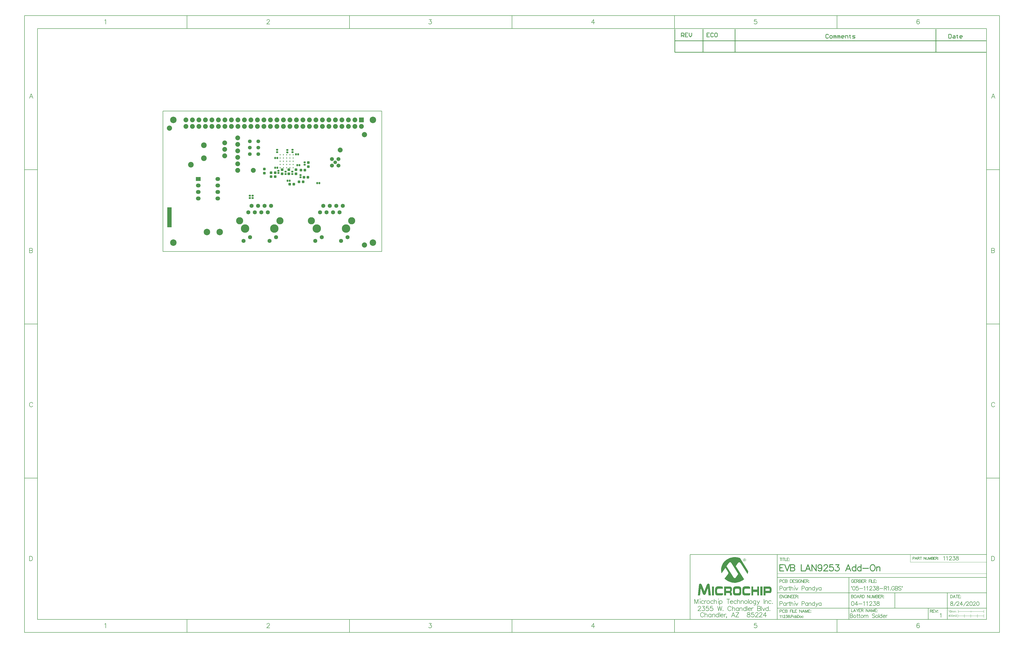
<source format=gbs>
G04*
G04 #@! TF.GenerationSoftware,Altium Limited,Altium Designer,20.1.14 (287)*
G04*
G04 Layer_Color=16711935*
%FSLAX43Y43*%
%MOMM*%
G71*
G04*
G04 #@! TF.SameCoordinates,088B0059-FF59-4391-8688-F82EEA9C3BEC*
G04*
G04*
G04 #@! TF.FilePolarity,Negative*
G04*
G01*
G75*
%ADD11C,0.254*%
%ADD12C,0.200*%
%ADD15C,0.178*%
%ADD16C,0.127*%
%ADD17C,0.150*%
%ADD18C,0.100*%
%ADD19C,0.180*%
%ADD20C,0.350*%
G04:AMPARAMS|DCode=36|XSize=0.75mm|YSize=0.8mm|CornerRadius=0.238mm|HoleSize=0mm|Usage=FLASHONLY|Rotation=90.000|XOffset=0mm|YOffset=0mm|HoleType=Round|Shape=RoundedRectangle|*
%AMROUNDEDRECTD36*
21,1,0.750,0.325,0,0,90.0*
21,1,0.275,0.800,0,0,90.0*
1,1,0.475,0.163,0.138*
1,1,0.475,0.163,-0.138*
1,1,0.475,-0.163,-0.138*
1,1,0.475,-0.163,0.138*
%
%ADD36ROUNDEDRECTD36*%
%ADD37C,2.032*%
G04:AMPARAMS|DCode=38|XSize=0.75mm|YSize=0.8mm|CornerRadius=0.238mm|HoleSize=0mm|Usage=FLASHONLY|Rotation=180.000|XOffset=0mm|YOffset=0mm|HoleType=Round|Shape=RoundedRectangle|*
%AMROUNDEDRECTD38*
21,1,0.750,0.325,0,0,180.0*
21,1,0.275,0.800,0,0,180.0*
1,1,0.475,-0.138,0.163*
1,1,0.475,0.138,0.163*
1,1,0.475,0.138,-0.163*
1,1,0.475,-0.138,-0.163*
%
%ADD38ROUNDEDRECTD38*%
G04:AMPARAMS|DCode=40|XSize=1.1mm|YSize=1mm|CornerRadius=0.3mm|HoleSize=0mm|Usage=FLASHONLY|Rotation=180.000|XOffset=0mm|YOffset=0mm|HoleType=Round|Shape=RoundedRectangle|*
%AMROUNDEDRECTD40*
21,1,1.100,0.400,0,0,180.0*
21,1,0.500,1.000,0,0,180.0*
1,1,0.600,-0.250,0.200*
1,1,0.600,0.250,0.200*
1,1,0.600,0.250,-0.200*
1,1,0.600,-0.250,-0.200*
%
%ADD40ROUNDEDRECTD40*%
G04:AMPARAMS|DCode=41|XSize=1.1mm|YSize=1mm|CornerRadius=0.3mm|HoleSize=0mm|Usage=FLASHONLY|Rotation=90.000|XOffset=0mm|YOffset=0mm|HoleType=Round|Shape=RoundedRectangle|*
%AMROUNDEDRECTD41*
21,1,1.100,0.400,0,0,90.0*
21,1,0.500,1.000,0,0,90.0*
1,1,0.600,0.200,0.250*
1,1,0.600,0.200,-0.250*
1,1,0.600,-0.200,-0.250*
1,1,0.600,-0.200,0.250*
%
%ADD41ROUNDEDRECTD41*%
%ADD50C,1.394*%
%ADD51C,1.546*%
%ADD52C,1.600*%
%ADD53C,2.800*%
%ADD54C,3.300*%
%ADD56C,1.876*%
%ADD57R,1.876X1.876*%
%ADD58P,2.031X8X22.5*%
%ADD59O,1.851X1.495*%
%ADD60R,1.851X1.495*%
%ADD61C,2.200*%
%ADD62P,2.031X8X112.5*%
%ADD63C,1.470*%
%ADD64C,2.537*%
%ADD65C,0.422*%
%ADD97R,1.778X7.747*%
G36*
X227343Y-120052D02*
X227427Y-120080D01*
X227540Y-120122D01*
X227639Y-120179D01*
X227724Y-120277D01*
X227780Y-120419D01*
X227808Y-120588D01*
X227808Y-120616D01*
X227794Y-120672D01*
X227780Y-120771D01*
X227738Y-120870D01*
X227681Y-120983D01*
X227582Y-121068D01*
X227441Y-121138D01*
X227258Y-121166D01*
X227216Y-121166D01*
X227173Y-121152D01*
X227117Y-121138D01*
X226976Y-121096D01*
X226905Y-121053D01*
X226835Y-120997D01*
X226835Y-120983D01*
X226806Y-120969D01*
X226750Y-120884D01*
X226694Y-120757D01*
X226679Y-120672D01*
X226665Y-120588D01*
X226665Y-120574D01*
X226665Y-120545D01*
X226679Y-120503D01*
X226694Y-120461D01*
X226750Y-120334D01*
X226792Y-120263D01*
X226849Y-120207D01*
X226863Y-120193D01*
X226877Y-120179D01*
X226962Y-120122D01*
X227089Y-120066D01*
X227173Y-120038D01*
X227286Y-120038D01*
X227343Y-120052D01*
X227343Y-120052D02*
G37*
G36*
X223731Y-119558D02*
X223843Y-119572D01*
X223985Y-119572D01*
X224126Y-119600D01*
X224450Y-119642D01*
X224803Y-119727D01*
X225156Y-119826D01*
X225508Y-119967D01*
X228669Y-125004D01*
X228669Y-125018D01*
X228669Y-125046D01*
X228655Y-125103D01*
X228655Y-125159D01*
X228641Y-125244D01*
X228627Y-125343D01*
X228584Y-125554D01*
X228584Y-125569D01*
X228570Y-125611D01*
X228556Y-125667D01*
X228542Y-125738D01*
X228514Y-125837D01*
X228486Y-125935D01*
X228415Y-126175D01*
X225664Y-121872D01*
X225649Y-121858D01*
X225635Y-121815D01*
X225579Y-121759D01*
X225522Y-121702D01*
X225452Y-121646D01*
X225367Y-121590D01*
X225283Y-121547D01*
X225170Y-121533D01*
X225127Y-121533D01*
X225085Y-121547D01*
X225029Y-121576D01*
X224958Y-121618D01*
X224873Y-121674D01*
X224803Y-121745D01*
X224718Y-121858D01*
X223801Y-123113D01*
X227032Y-128207D01*
X227018Y-128221D01*
X226962Y-128264D01*
X226877Y-128334D01*
X226764Y-128419D01*
X226609Y-128532D01*
X226425Y-128644D01*
X226228Y-128771D01*
X225988Y-128898D01*
X225734Y-129025D01*
X225438Y-129152D01*
X225142Y-129265D01*
X224803Y-129378D01*
X224450Y-129463D01*
X224083Y-129533D01*
X223702Y-129576D01*
X223293Y-129590D01*
X223194Y-129590D01*
X223081Y-129576D01*
X222926Y-129562D01*
X222729Y-129533D01*
X222503Y-129505D01*
X222263Y-129449D01*
X221981Y-129378D01*
X221699Y-129294D01*
X221388Y-129181D01*
X221064Y-129054D01*
X220739Y-128898D01*
X220415Y-128701D01*
X220090Y-128489D01*
X219780Y-128235D01*
X219469Y-127939D01*
X220838Y-126048D01*
X220852Y-126034D01*
X220866Y-125978D01*
X220894Y-125893D01*
X220909Y-125823D01*
X220923Y-125738D01*
X220923Y-125710D01*
X220909Y-125639D01*
X220866Y-125512D01*
X220782Y-125357D01*
X219766Y-123763D01*
X218256Y-125865D01*
X218256Y-125851D01*
X218242Y-125837D01*
X218228Y-125752D01*
X218200Y-125625D01*
X218171Y-125456D01*
X218129Y-125244D01*
X218101Y-125018D01*
X218087Y-124750D01*
X218073Y-124482D01*
X218073Y-124454D01*
X218073Y-124397D01*
X218087Y-124285D01*
X218101Y-124158D01*
X218115Y-123988D01*
X218143Y-123791D01*
X218200Y-123565D01*
X218256Y-123325D01*
X218327Y-123071D01*
X218425Y-122789D01*
X218552Y-122507D01*
X218679Y-122225D01*
X218849Y-121942D01*
X219046Y-121646D01*
X219272Y-121364D01*
X219526Y-121096D01*
X219540Y-121082D01*
X219596Y-121025D01*
X219681Y-120955D01*
X219808Y-120856D01*
X219963Y-120729D01*
X220147Y-120602D01*
X220358Y-120461D01*
X220598Y-120320D01*
X220866Y-120179D01*
X221163Y-120038D01*
X221487Y-119896D01*
X221826Y-119784D01*
X222193Y-119685D01*
X222588Y-119614D01*
X222997Y-119558D01*
X223434Y-119544D01*
X223632Y-119544D01*
X223731Y-119558D01*
X223731Y-119558D02*
G37*
G36*
X228979Y-131015D02*
X229050Y-131029D01*
X229106Y-131043D01*
X229120Y-131043D01*
X229149Y-131057D01*
X229247Y-131100D01*
X229304Y-131156D01*
X229346Y-131212D01*
X229389Y-131283D01*
X229417Y-131382D01*
X229417Y-131396D01*
X229431Y-131410D01*
X229431Y-131452D01*
X229445Y-131523D01*
X229445Y-131593D01*
X229459Y-131692D01*
X229459Y-131805D01*
X229459Y-131932D01*
X227568Y-131890D01*
X227554Y-131890D01*
X227498Y-131904D01*
X227427Y-131918D01*
X227357Y-131974D01*
X227272Y-132045D01*
X227202Y-132172D01*
X227173Y-132257D01*
X227145Y-132355D01*
X227131Y-132454D01*
X227131Y-132581D01*
X227131Y-132962D01*
X227131Y-132976D01*
X227131Y-132990D01*
X227145Y-133075D01*
X227159Y-133174D01*
X227187Y-133301D01*
X227230Y-133428D01*
X227314Y-133541D01*
X227413Y-133625D01*
X227484Y-133639D01*
X227554Y-133653D01*
X229487Y-133653D01*
X229487Y-133682D01*
X229487Y-133738D01*
X229487Y-133837D01*
X229473Y-133950D01*
X229459Y-134063D01*
X229445Y-134175D01*
X229417Y-134274D01*
X229374Y-134345D01*
X229374Y-134359D01*
X229346Y-134373D01*
X229304Y-134401D01*
X229247Y-134429D01*
X229163Y-134472D01*
X229050Y-134500D01*
X228909Y-134514D01*
X228739Y-134528D01*
X227329Y-134528D01*
X227216Y-134514D01*
X227075Y-134486D01*
X226933Y-134444D01*
X226778Y-134373D01*
X226651Y-134288D01*
X226552Y-134161D01*
X226552Y-134147D01*
X226524Y-134105D01*
X226496Y-134034D01*
X226468Y-133950D01*
X226440Y-133823D01*
X226411Y-133682D01*
X226397Y-133498D01*
X226383Y-133301D01*
X226383Y-132257D01*
X226383Y-132242D01*
X226383Y-132214D01*
X226383Y-132172D01*
X226397Y-132115D01*
X226411Y-131974D01*
X226440Y-131791D01*
X226482Y-131607D01*
X226567Y-131424D01*
X226665Y-131269D01*
X226736Y-131198D01*
X226806Y-131142D01*
X226821Y-131142D01*
X226849Y-131114D01*
X226891Y-131100D01*
X226962Y-131071D01*
X227046Y-131043D01*
X227159Y-131029D01*
X227286Y-131001D01*
X228810Y-131001D01*
X228979Y-131015D01*
X228979Y-131015D02*
G37*
G36*
X232902Y-134500D02*
X232182Y-134500D01*
X232182Y-133188D01*
X230616Y-133188D01*
X230616Y-134500D01*
X229939Y-134500D01*
X229939Y-131043D01*
X230616Y-131043D01*
X230616Y-132257D01*
X232182Y-132257D01*
X232182Y-131043D01*
X232902Y-131043D01*
X232902Y-134500D01*
X232902Y-134500D02*
G37*
G36*
X213205Y-129914D02*
X213275Y-129928D01*
X213360Y-129971D01*
X213430Y-130027D01*
X213501Y-130126D01*
X213572Y-130253D01*
X213600Y-130436D01*
X214065Y-134500D01*
X213191Y-134500D01*
X212951Y-131579D01*
X212937Y-131579D01*
X212048Y-133921D01*
X212048Y-133936D01*
X212019Y-133978D01*
X211977Y-134048D01*
X211921Y-134119D01*
X211850Y-134190D01*
X211766Y-134260D01*
X211667Y-134302D01*
X211540Y-134317D01*
X211483Y-134317D01*
X211413Y-134288D01*
X211328Y-134260D01*
X211229Y-134218D01*
X211145Y-134147D01*
X211074Y-134048D01*
X211004Y-133921D01*
X210115Y-131622D01*
X210101Y-131622D01*
X209847Y-134500D01*
X209000Y-134500D01*
X209437Y-130394D01*
X209437Y-130366D01*
X209452Y-130309D01*
X209480Y-130239D01*
X209522Y-130140D01*
X209579Y-130055D01*
X209663Y-129971D01*
X209776Y-129914D01*
X209903Y-129900D01*
X209974Y-129900D01*
X210058Y-129928D01*
X210157Y-129957D01*
X210256Y-130013D01*
X210369Y-130098D01*
X210453Y-130211D01*
X210538Y-130366D01*
X211526Y-132877D01*
X211540Y-132877D01*
X212527Y-130366D01*
X212542Y-130352D01*
X212556Y-130295D01*
X212612Y-130225D01*
X212669Y-130126D01*
X212753Y-130041D01*
X212866Y-129971D01*
X212993Y-129914D01*
X213148Y-129900D01*
X213162Y-129900D01*
X213205Y-129914D01*
X213205Y-129914D02*
G37*
G36*
X237036Y-131057D02*
X237149Y-131071D01*
X237276Y-131114D01*
X237417Y-131184D01*
X237544Y-131283D01*
X237657Y-131424D01*
X237741Y-131622D01*
X237741Y-131636D01*
X237756Y-131664D01*
X237756Y-131720D01*
X237770Y-131791D01*
X237784Y-131876D01*
X237784Y-131974D01*
X237798Y-132101D01*
X237798Y-132228D01*
X237798Y-132496D01*
X237798Y-132525D01*
X237798Y-132595D01*
X237784Y-132708D01*
X237770Y-132835D01*
X237741Y-132990D01*
X237713Y-133145D01*
X237657Y-133272D01*
X237586Y-133399D01*
X237586Y-133414D01*
X237558Y-133428D01*
X237516Y-133470D01*
X237473Y-133512D01*
X237403Y-133555D01*
X237318Y-133583D01*
X237234Y-133611D01*
X237121Y-133625D01*
X235399Y-133625D01*
X235399Y-134500D01*
X234694Y-134500D01*
X234694Y-131043D01*
X236965Y-131043D01*
X237036Y-131057D01*
X237036Y-131057D02*
G37*
G36*
X234228Y-134500D02*
X233410Y-134500D01*
X233410Y-131043D01*
X234228Y-131043D01*
X234228Y-134500D01*
X234228Y-134500D02*
G37*
G36*
X221727Y-131057D02*
X221840Y-131100D01*
X221967Y-131170D01*
X222023Y-131227D01*
X222094Y-131297D01*
X222150Y-131382D01*
X222193Y-131481D01*
X222249Y-131593D01*
X222277Y-131734D01*
X222291Y-131890D01*
X222305Y-132073D01*
X222305Y-132285D01*
X222305Y-132299D01*
X222305Y-132313D01*
X222305Y-132398D01*
X222291Y-132525D01*
X222263Y-132666D01*
X222207Y-132807D01*
X222136Y-132948D01*
X222037Y-133061D01*
X221910Y-133145D01*
X221910Y-133160D01*
X221924Y-133160D01*
X221967Y-133188D01*
X222037Y-133230D01*
X222108Y-133301D01*
X222178Y-133399D01*
X222249Y-133526D01*
X222291Y-133696D01*
X222305Y-133921D01*
X222305Y-134500D01*
X221572Y-134500D01*
X221572Y-134091D01*
X221572Y-134077D01*
X221572Y-134048D01*
X221572Y-133992D01*
X221572Y-133936D01*
X221558Y-133823D01*
X221558Y-133766D01*
X221544Y-133724D01*
X221529Y-133710D01*
X221487Y-133653D01*
X221417Y-133611D01*
X221290Y-133597D01*
X220006Y-133597D01*
X220006Y-134500D01*
X219272Y-134500D01*
X219272Y-131043D01*
X221642Y-131043D01*
X221727Y-131057D01*
X221727Y-131057D02*
G37*
G36*
X215307Y-134500D02*
X214503Y-134500D01*
X214503Y-131043D01*
X215307Y-131043D01*
X215307Y-134500D01*
X215307Y-134500D02*
G37*
G36*
X225156Y-131015D02*
X225283Y-131043D01*
X225410Y-131071D01*
X225551Y-131128D01*
X225664Y-131212D01*
X225762Y-131311D01*
X225776Y-131325D01*
X225805Y-131368D01*
X225833Y-131438D01*
X225875Y-131537D01*
X225918Y-131678D01*
X225960Y-131833D01*
X225974Y-132017D01*
X225988Y-132242D01*
X225988Y-133287D01*
X225988Y-133301D01*
X225988Y-133329D01*
X225988Y-133371D01*
X225974Y-133442D01*
X225960Y-133597D01*
X225932Y-133794D01*
X225861Y-133992D01*
X225776Y-134190D01*
X225649Y-134345D01*
X225565Y-134415D01*
X225480Y-134458D01*
X225466Y-134458D01*
X225438Y-134472D01*
X225395Y-134486D01*
X225339Y-134486D01*
X225268Y-134500D01*
X225184Y-134514D01*
X224958Y-134528D01*
X223688Y-134528D01*
X223575Y-134514D01*
X223448Y-134486D01*
X223307Y-134444D01*
X223166Y-134387D01*
X223039Y-134302D01*
X222926Y-134190D01*
X222912Y-134175D01*
X222898Y-134133D01*
X222870Y-134063D01*
X222842Y-133964D01*
X222799Y-133851D01*
X222771Y-133696D01*
X222757Y-133498D01*
X222743Y-133287D01*
X222743Y-132242D01*
X222743Y-132228D01*
X222743Y-132200D01*
X222743Y-132144D01*
X222757Y-132073D01*
X222771Y-131904D01*
X222813Y-131706D01*
X222884Y-131495D01*
X222997Y-131311D01*
X223067Y-131227D01*
X223138Y-131156D01*
X223237Y-131100D01*
X223335Y-131057D01*
X223350Y-131057D01*
X223364Y-131043D01*
X223406Y-131043D01*
X223462Y-131029D01*
X223604Y-131015D01*
X223787Y-131001D01*
X225057Y-131001D01*
X225156Y-131015D01*
X225156Y-131015D02*
G37*
G36*
X218087Y-131015D02*
X218256Y-131015D01*
X218411Y-131029D01*
X218538Y-131057D01*
X218581Y-131071D01*
X218609Y-131085D01*
X218623Y-131085D01*
X218637Y-131114D01*
X218665Y-131156D01*
X218707Y-131227D01*
X218750Y-131325D01*
X218778Y-131466D01*
X218792Y-131650D01*
X218806Y-131890D01*
X216901Y-131890D01*
X216817Y-131904D01*
X216718Y-131946D01*
X216619Y-132031D01*
X216605Y-132059D01*
X216591Y-132087D01*
X216563Y-132144D01*
X216549Y-132214D01*
X216520Y-132313D01*
X216506Y-132440D01*
X216506Y-132581D01*
X216506Y-132962D01*
X216506Y-132976D01*
X216506Y-133033D01*
X216506Y-133103D01*
X216520Y-133174D01*
X216535Y-133357D01*
X216549Y-133428D01*
X216563Y-133484D01*
X216577Y-133512D01*
X216633Y-133569D01*
X216690Y-133597D01*
X216746Y-133625D01*
X216831Y-133639D01*
X216916Y-133653D01*
X218849Y-133653D01*
X218849Y-133682D01*
X218849Y-133738D01*
X218849Y-133823D01*
X218834Y-133921D01*
X218806Y-134147D01*
X218778Y-134246D01*
X218750Y-134317D01*
X218750Y-134331D01*
X218722Y-134345D01*
X218679Y-134387D01*
X218623Y-134415D01*
X218524Y-134458D01*
X218411Y-134500D01*
X218270Y-134514D01*
X218101Y-134528D01*
X216704Y-134528D01*
X216605Y-134514D01*
X216478Y-134486D01*
X216337Y-134458D01*
X216196Y-134415D01*
X216069Y-134345D01*
X215970Y-134246D01*
X215956Y-134232D01*
X215942Y-134190D01*
X215900Y-134119D01*
X215857Y-134020D01*
X215815Y-133893D01*
X215787Y-133724D01*
X215759Y-133526D01*
X215744Y-133287D01*
X215744Y-132242D01*
X215744Y-132228D01*
X215744Y-132200D01*
X215744Y-132144D01*
X215759Y-132073D01*
X215787Y-131890D01*
X215829Y-131678D01*
X215914Y-131466D01*
X216041Y-131269D01*
X216125Y-131184D01*
X216224Y-131114D01*
X216323Y-131057D01*
X216450Y-131029D01*
X216478Y-131029D01*
X216549Y-131015D01*
X216662Y-131001D01*
X217917Y-131001D01*
X218087Y-131015D01*
X218087Y-131015D02*
G37*
%LPC*%
G36*
X227258Y-120136D02*
X227187Y-120136D01*
X227103Y-120165D01*
X227018Y-120193D01*
X226919Y-120249D01*
X226849Y-120320D01*
X226792Y-120433D01*
X226764Y-120588D01*
X226764Y-120602D01*
X226764Y-120616D01*
X226778Y-120701D01*
X226821Y-120814D01*
X226905Y-120941D01*
X226933Y-120969D01*
X227004Y-121011D01*
X227117Y-121053D01*
X227258Y-121082D01*
X227272Y-121082D01*
X227329Y-121068D01*
X227399Y-121053D01*
X227498Y-121025D01*
X227582Y-120955D01*
X227653Y-120870D01*
X227709Y-120757D01*
X227724Y-120588D01*
X227724Y-120574D01*
X227724Y-120517D01*
X227695Y-120447D01*
X227667Y-120362D01*
X227611Y-120277D01*
X227526Y-120207D01*
X227413Y-120150D01*
X227258Y-120136D01*
X227258Y-120136D02*
G37*
%LPD*%
G36*
X227385Y-120292D02*
X227456Y-120348D01*
X227484Y-120390D01*
X227498Y-120461D01*
X227498Y-120475D01*
X227498Y-120489D01*
X227484Y-120560D01*
X227427Y-120616D01*
X227385Y-120644D01*
X227329Y-120658D01*
X227512Y-120941D01*
X227399Y-120941D01*
X227230Y-120658D01*
X227117Y-120658D01*
X227117Y-120941D01*
X227018Y-120941D01*
X227018Y-120263D01*
X227300Y-120263D01*
X227385Y-120292D01*
X227385Y-120292D02*
G37*
%LPC*%
G36*
X227286Y-120362D02*
X227117Y-120362D01*
X227117Y-120574D01*
X227300Y-120574D01*
X227343Y-120560D01*
X227371Y-120531D01*
X227385Y-120461D01*
X227385Y-120447D01*
X227371Y-120404D01*
X227343Y-120376D01*
X227286Y-120362D01*
X227286Y-120362D02*
G37*
G36*
X221600Y-121519D02*
X221558Y-121519D01*
X221501Y-121533D01*
X221445Y-121561D01*
X221374Y-121604D01*
X221290Y-121660D01*
X221205Y-121731D01*
X221120Y-121844D01*
X220231Y-123099D01*
X222926Y-127375D01*
X222940Y-127389D01*
X222969Y-127431D01*
X223011Y-127502D01*
X223067Y-127558D01*
X223138Y-127629D01*
X223223Y-127699D01*
X223293Y-127741D01*
X223378Y-127756D01*
X223420Y-127756D01*
X223477Y-127741D01*
X223533Y-127713D01*
X223604Y-127685D01*
X223688Y-127643D01*
X223773Y-127572D01*
X223843Y-127473D01*
X224789Y-126119D01*
X222080Y-121858D01*
X222066Y-121844D01*
X222037Y-121801D01*
X221995Y-121745D01*
X221939Y-121688D01*
X221868Y-121632D01*
X221783Y-121576D01*
X221699Y-121533D01*
X221600Y-121519D01*
X221600Y-121519D02*
G37*
G36*
X236768Y-131876D02*
X235399Y-131876D01*
X235399Y-132750D01*
X236853Y-132750D01*
X236881Y-132736D01*
X236923Y-132708D01*
X236965Y-132666D01*
X237008Y-132595D01*
X237022Y-132511D01*
X237036Y-132398D01*
X237036Y-132257D01*
X237036Y-132242D01*
X237036Y-132200D01*
X237022Y-132130D01*
X237008Y-132059D01*
X236965Y-132003D01*
X236923Y-131932D01*
X236853Y-131890D01*
X236768Y-131876D01*
X236768Y-131876D02*
G37*
G36*
X221261Y-131876D02*
X220006Y-131876D01*
X220006Y-132736D01*
X221374Y-132736D01*
X221417Y-132722D01*
X221473Y-132694D01*
X221529Y-132652D01*
X221572Y-132581D01*
X221600Y-132496D01*
X221614Y-132369D01*
X221614Y-132257D01*
X221614Y-132242D01*
X221614Y-132200D01*
X221600Y-132130D01*
X221572Y-132059D01*
X221529Y-132003D01*
X221459Y-131932D01*
X221374Y-131890D01*
X221261Y-131876D01*
X221261Y-131876D02*
G37*
G36*
X224859Y-131876D02*
X223900Y-131876D01*
X223815Y-131890D01*
X223702Y-131946D01*
X223646Y-131974D01*
X223604Y-132031D01*
X223589Y-132059D01*
X223575Y-132101D01*
X223547Y-132158D01*
X223533Y-132228D01*
X223505Y-132327D01*
X223491Y-132440D01*
X223491Y-132581D01*
X223491Y-132962D01*
X223491Y-132976D01*
X223491Y-133033D01*
X223491Y-133089D01*
X223505Y-133174D01*
X223519Y-133357D01*
X223533Y-133442D01*
X223561Y-133512D01*
X223575Y-133541D01*
X223632Y-133583D01*
X223731Y-133625D01*
X223801Y-133653D01*
X224831Y-133653D01*
X224888Y-133639D01*
X224958Y-133611D01*
X225043Y-133569D01*
X225127Y-133484D01*
X225198Y-133357D01*
X225226Y-133287D01*
X225254Y-133188D01*
X225268Y-133089D01*
X225268Y-132962D01*
X225268Y-132581D01*
X225268Y-132567D01*
X225268Y-132511D01*
X225268Y-132454D01*
X225254Y-132369D01*
X225212Y-132186D01*
X225170Y-132101D01*
X225127Y-132031D01*
X225127Y-132017D01*
X225099Y-132003D01*
X225029Y-131946D01*
X224930Y-131904D01*
X224859Y-131876D01*
X224859Y-131876D02*
G37*
%LPD*%
D11*
X223500Y78000D02*
X223500Y82500D01*
X200000Y82500D02*
X200000Y87000D01*
X200000Y82500D02*
X321500Y82500D01*
X211000Y82500D02*
X211000Y87000D01*
X223500Y82500D02*
X223500Y87000D01*
X302000Y82500D02*
X302000Y87000D01*
X200000Y78000D02*
X200000Y82500D01*
X200000Y78000D02*
X321500Y78000D01*
X302000Y78000D02*
X302000Y82500D01*
X211000Y78000D02*
X211000Y82500D01*
X202500Y84000D02*
X202500Y85524D01*
X203262Y85524D01*
X203516Y85270D01*
X203516Y84762D01*
X203262Y84508D01*
X202500Y84508D01*
X203008Y84508D02*
X203516Y84000D01*
X205039Y85524D02*
X204024Y85524D01*
X204024Y84000D01*
X205039Y84000D01*
X204024Y84762D02*
X204531Y84762D01*
X205547Y85524D02*
X205547Y84508D01*
X206055Y84000D01*
X206563Y84508D01*
X206563Y85524D01*
X213516Y85524D02*
X212500Y85524D01*
X212500Y84000D01*
X213516Y84000D01*
X212500Y84762D02*
X213008Y84762D01*
X215039Y85270D02*
X214785Y85524D01*
X214277Y85524D01*
X214024Y85270D01*
X214024Y84254D01*
X214277Y84000D01*
X214785Y84000D01*
X215039Y84254D01*
X216309Y85524D02*
X215801Y85524D01*
X215547Y85270D01*
X215547Y84254D01*
X215801Y84000D01*
X216309Y84000D01*
X216563Y84254D01*
X216563Y85270D01*
X216309Y85524D01*
X260016Y84770D02*
X259762Y85024D01*
X259254Y85024D01*
X259000Y84770D01*
X259000Y83754D01*
X259254Y83500D01*
X259762Y83500D01*
X260016Y83754D01*
X260777Y83500D02*
X261285Y83500D01*
X261539Y83754D01*
X261539Y84262D01*
X261285Y84516D01*
X260777Y84516D01*
X260524Y84262D01*
X260524Y83754D01*
X260777Y83500D01*
X262047Y83500D02*
X262047Y84516D01*
X262301Y84516D01*
X262555Y84262D01*
X262555Y83500D01*
X262555Y84262D01*
X262809Y84516D01*
X263063Y84262D01*
X263063Y83500D01*
X263571Y83500D02*
X263571Y84516D01*
X263824Y84516D01*
X264078Y84262D01*
X264078Y83500D01*
X264078Y84262D01*
X264332Y84516D01*
X264586Y84262D01*
X264586Y83500D01*
X265856Y83500D02*
X265348Y83500D01*
X265094Y83754D01*
X265094Y84262D01*
X265348Y84516D01*
X265856Y84516D01*
X266110Y84262D01*
X266110Y84008D01*
X265094Y84008D01*
X266618Y83500D02*
X266618Y84516D01*
X267379Y84516D01*
X267633Y84262D01*
X267633Y83500D01*
X268395Y84770D02*
X268395Y84516D01*
X268141Y84516D01*
X268649Y84516D01*
X268395Y84516D01*
X268395Y83754D01*
X268649Y83500D01*
X269411Y83500D02*
X270172Y83500D01*
X270426Y83754D01*
X270172Y84008D01*
X269665Y84008D01*
X269411Y84262D01*
X269665Y84516D01*
X270426Y84516D01*
X307000Y85024D02*
X307000Y83500D01*
X307762Y83500D01*
X308016Y83754D01*
X308016Y84770D01*
X307762Y85024D01*
X307000Y85024D01*
X308777Y84516D02*
X309285Y84516D01*
X309539Y84262D01*
X309539Y83500D01*
X308777Y83500D01*
X308524Y83754D01*
X308777Y84008D01*
X309539Y84008D01*
X310301Y84770D02*
X310301Y84516D01*
X310047Y84516D01*
X310555Y84516D01*
X310301Y84516D01*
X310301Y83754D01*
X310555Y83500D01*
X312078Y83500D02*
X311571Y83500D01*
X311317Y83754D01*
X311317Y84262D01*
X311571Y84516D01*
X312078Y84516D01*
X312332Y84262D01*
X312332Y84008D01*
X311317Y84008D01*
D12*
X305000Y-119536D02*
X305143Y-119465D01*
X305357Y-119250D01*
X305357Y-120750D01*
X306100Y-119536D02*
X306243Y-119465D01*
X306457Y-119250D01*
X306457Y-120750D01*
X307271Y-119607D02*
X307271Y-119536D01*
X307342Y-119393D01*
X307414Y-119322D01*
X307557Y-119250D01*
X307842Y-119250D01*
X307985Y-119322D01*
X308057Y-119393D01*
X308128Y-119536D01*
X308128Y-119679D01*
X308057Y-119822D01*
X307914Y-120036D01*
X307200Y-120750D01*
X308199Y-120750D01*
X308678Y-119250D02*
X309463Y-119250D01*
X309035Y-119822D01*
X309249Y-119822D01*
X309392Y-119893D01*
X309463Y-119964D01*
X309535Y-120179D01*
X309535Y-120321D01*
X309463Y-120536D01*
X309321Y-120679D01*
X309106Y-120750D01*
X308892Y-120750D01*
X308678Y-120679D01*
X308606Y-120607D01*
X308535Y-120464D01*
X310227Y-119250D02*
X310013Y-119322D01*
X309942Y-119465D01*
X309942Y-119607D01*
X310013Y-119750D01*
X310156Y-119822D01*
X310442Y-119893D01*
X310656Y-119964D01*
X310799Y-120107D01*
X310870Y-120250D01*
X310870Y-120464D01*
X310799Y-120607D01*
X310727Y-120679D01*
X310513Y-120750D01*
X310227Y-120750D01*
X310013Y-120679D01*
X309942Y-120607D01*
X309870Y-120464D01*
X309870Y-120250D01*
X309942Y-120107D01*
X310085Y-119964D01*
X310299Y-119893D01*
X310585Y-119822D01*
X310727Y-119750D01*
X310799Y-119607D01*
X310799Y-119465D01*
X310727Y-119322D01*
X310513Y-119250D01*
X310227Y-119250D01*
D15*
X303678Y-141858D02*
X303821Y-141787D01*
X304035Y-141573D01*
X304035Y-143072D01*
X269071Y-131143D02*
X269000Y-131072D01*
X269071Y-131000D01*
X269143Y-131072D01*
X269143Y-131215D01*
X269071Y-131357D01*
X269000Y-131429D01*
X269900Y-131000D02*
X269686Y-131072D01*
X269543Y-131286D01*
X269471Y-131643D01*
X269471Y-131857D01*
X269543Y-132214D01*
X269686Y-132429D01*
X269900Y-132500D01*
X270043Y-132500D01*
X270257Y-132429D01*
X270400Y-132214D01*
X270471Y-131857D01*
X270471Y-131643D01*
X270400Y-131286D01*
X270257Y-131072D01*
X270043Y-131000D01*
X269900Y-131000D01*
X271664Y-131000D02*
X270950Y-131000D01*
X270878Y-131643D01*
X270950Y-131572D01*
X271164Y-131500D01*
X271378Y-131500D01*
X271592Y-131572D01*
X271735Y-131714D01*
X271807Y-131929D01*
X271807Y-132072D01*
X271735Y-132286D01*
X271592Y-132429D01*
X271378Y-132500D01*
X271164Y-132500D01*
X270950Y-132429D01*
X270878Y-132357D01*
X270807Y-132214D01*
X272142Y-131857D02*
X273428Y-131857D01*
X273870Y-131286D02*
X274013Y-131215D01*
X274227Y-131000D01*
X274227Y-132500D01*
X274970Y-131286D02*
X275113Y-131215D01*
X275327Y-131000D01*
X275327Y-132500D01*
X276141Y-131357D02*
X276141Y-131286D01*
X276213Y-131143D01*
X276284Y-131072D01*
X276427Y-131000D01*
X276713Y-131000D01*
X276855Y-131072D01*
X276927Y-131143D01*
X276998Y-131286D01*
X276998Y-131429D01*
X276927Y-131572D01*
X276784Y-131786D01*
X276070Y-132500D01*
X277070Y-132500D01*
X277548Y-131000D02*
X278334Y-131000D01*
X277905Y-131572D01*
X278119Y-131572D01*
X278262Y-131643D01*
X278334Y-131714D01*
X278405Y-131929D01*
X278405Y-132072D01*
X278334Y-132286D01*
X278191Y-132429D01*
X277977Y-132500D01*
X277762Y-132500D01*
X277548Y-132429D01*
X277477Y-132357D01*
X277405Y-132214D01*
X279098Y-131000D02*
X278884Y-131072D01*
X278812Y-131215D01*
X278812Y-131357D01*
X278884Y-131500D01*
X279026Y-131572D01*
X279312Y-131643D01*
X279526Y-131714D01*
X279669Y-131857D01*
X279741Y-132000D01*
X279741Y-132214D01*
X279669Y-132357D01*
X279598Y-132429D01*
X279384Y-132500D01*
X279098Y-132500D01*
X278884Y-132429D01*
X278812Y-132357D01*
X278741Y-132214D01*
X278741Y-132000D01*
X278812Y-131857D01*
X278955Y-131714D01*
X279169Y-131643D01*
X279455Y-131572D01*
X279598Y-131500D01*
X279669Y-131357D01*
X279669Y-131215D01*
X279598Y-131072D01*
X279384Y-131000D01*
X279098Y-131000D01*
X280076Y-131857D02*
X281362Y-131857D01*
X281804Y-131000D02*
X281804Y-132500D01*
X281804Y-131000D02*
X282447Y-131000D01*
X282661Y-131072D01*
X282733Y-131143D01*
X282804Y-131286D01*
X282804Y-131429D01*
X282733Y-131572D01*
X282661Y-131643D01*
X282447Y-131714D01*
X281804Y-131714D01*
X282304Y-131714D02*
X282804Y-132500D01*
X283140Y-131286D02*
X283283Y-131215D01*
X283497Y-131000D01*
X283497Y-132500D01*
X284311Y-132357D02*
X284240Y-132429D01*
X284311Y-132500D01*
X284382Y-132429D01*
X284311Y-132357D01*
X285782Y-131357D02*
X285711Y-131215D01*
X285568Y-131072D01*
X285425Y-131000D01*
X285139Y-131000D01*
X284997Y-131072D01*
X284854Y-131215D01*
X284782Y-131357D01*
X284711Y-131572D01*
X284711Y-131929D01*
X284782Y-132143D01*
X284854Y-132286D01*
X284997Y-132429D01*
X285139Y-132500D01*
X285425Y-132500D01*
X285568Y-132429D01*
X285711Y-132286D01*
X285782Y-132143D01*
X285782Y-131929D01*
X285425Y-131929D02*
X285782Y-131929D01*
X286125Y-131000D02*
X286125Y-132500D01*
X286125Y-131000D02*
X286768Y-131000D01*
X286982Y-131072D01*
X287053Y-131143D01*
X287125Y-131286D01*
X287125Y-131429D01*
X287053Y-131572D01*
X286982Y-131643D01*
X286768Y-131714D01*
X286125Y-131714D02*
X286768Y-131714D01*
X286982Y-131786D01*
X287053Y-131857D01*
X287125Y-132000D01*
X287125Y-132214D01*
X287053Y-132357D01*
X286982Y-132429D01*
X286768Y-132500D01*
X286125Y-132500D01*
X288460Y-131215D02*
X288317Y-131072D01*
X288103Y-131000D01*
X287817Y-131000D01*
X287603Y-131072D01*
X287460Y-131215D01*
X287460Y-131357D01*
X287532Y-131500D01*
X287603Y-131572D01*
X287746Y-131643D01*
X288174Y-131786D01*
X288317Y-131857D01*
X288389Y-131929D01*
X288460Y-132072D01*
X288460Y-132286D01*
X288317Y-132429D01*
X288103Y-132500D01*
X287817Y-132500D01*
X287603Y-132429D01*
X287460Y-132286D01*
X288867Y-131143D02*
X288796Y-131072D01*
X288867Y-131000D01*
X288939Y-131072D01*
X288939Y-131215D01*
X288867Y-131357D01*
X288796Y-131429D01*
X241000Y-131738D02*
X241686Y-131738D01*
X241914Y-131662D01*
X241990Y-131586D01*
X242066Y-131434D01*
X242066Y-131205D01*
X241990Y-131053D01*
X241914Y-130977D01*
X241686Y-130900D01*
X241000Y-130900D01*
X241000Y-132500D01*
X243339Y-131434D02*
X243339Y-132500D01*
X243339Y-131662D02*
X243186Y-131510D01*
X243034Y-131434D01*
X242805Y-131434D01*
X242653Y-131510D01*
X242501Y-131662D01*
X242424Y-131891D01*
X242424Y-132043D01*
X242501Y-132271D01*
X242653Y-132424D01*
X242805Y-132500D01*
X243034Y-132500D01*
X243186Y-132424D01*
X243339Y-132271D01*
X243765Y-131434D02*
X243765Y-132500D01*
X243765Y-131891D02*
X243841Y-131662D01*
X243994Y-131510D01*
X244146Y-131434D01*
X244375Y-131434D01*
X244748Y-130900D02*
X244748Y-132195D01*
X244824Y-132424D01*
X244976Y-132500D01*
X245129Y-132500D01*
X244519Y-131434D02*
X245052Y-131434D01*
X245357Y-130900D02*
X245357Y-132500D01*
X245357Y-131738D02*
X245586Y-131510D01*
X245738Y-131434D01*
X245967Y-131434D01*
X246119Y-131510D01*
X246195Y-131738D01*
X246195Y-132500D01*
X246766Y-130900D02*
X246843Y-130977D01*
X246919Y-130900D01*
X246843Y-130824D01*
X246766Y-130900D01*
X246843Y-131434D02*
X246843Y-132500D01*
X247201Y-131434D02*
X247658Y-132500D01*
X248115Y-131434D02*
X247658Y-132500D01*
X249631Y-131738D02*
X250316Y-131738D01*
X250545Y-131662D01*
X250621Y-131586D01*
X250697Y-131434D01*
X250697Y-131205D01*
X250621Y-131053D01*
X250545Y-130977D01*
X250316Y-130900D01*
X249631Y-130900D01*
X249631Y-132500D01*
X251969Y-131434D02*
X251969Y-132500D01*
X251969Y-131662D02*
X251817Y-131510D01*
X251664Y-131434D01*
X251436Y-131434D01*
X251284Y-131510D01*
X251131Y-131662D01*
X251055Y-131891D01*
X251055Y-132043D01*
X251131Y-132271D01*
X251284Y-132424D01*
X251436Y-132500D01*
X251664Y-132500D01*
X251817Y-132424D01*
X251969Y-132271D01*
X252396Y-131434D02*
X252396Y-132500D01*
X252396Y-131738D02*
X252624Y-131510D01*
X252777Y-131434D01*
X253005Y-131434D01*
X253157Y-131510D01*
X253234Y-131738D01*
X253234Y-132500D01*
X254567Y-130900D02*
X254567Y-132500D01*
X254567Y-131662D02*
X254414Y-131510D01*
X254262Y-131434D01*
X254033Y-131434D01*
X253881Y-131510D01*
X253729Y-131662D01*
X253653Y-131891D01*
X253653Y-132043D01*
X253729Y-132271D01*
X253881Y-132424D01*
X254033Y-132500D01*
X254262Y-132500D01*
X254414Y-132424D01*
X254567Y-132271D01*
X255069Y-131434D02*
X255526Y-132500D01*
X255983Y-131434D02*
X255526Y-132500D01*
X255374Y-132805D01*
X255222Y-132957D01*
X255069Y-133033D01*
X254993Y-133033D01*
X257164Y-131434D02*
X257164Y-132500D01*
X257164Y-131662D02*
X257012Y-131510D01*
X256859Y-131434D01*
X256631Y-131434D01*
X256479Y-131510D01*
X256326Y-131662D01*
X256250Y-131891D01*
X256250Y-132043D01*
X256326Y-132271D01*
X256479Y-132424D01*
X256631Y-132500D01*
X256859Y-132500D01*
X257012Y-132424D01*
X257164Y-132271D01*
X207770Y-135982D02*
X207770Y-137760D01*
X207770Y-135982D02*
X208447Y-137760D01*
X209124Y-135982D02*
X208447Y-137760D01*
X209124Y-135982D02*
X209124Y-137760D01*
X209802Y-135982D02*
X209886Y-136067D01*
X209971Y-135982D01*
X209886Y-135898D01*
X209802Y-135982D01*
X209886Y-136575D02*
X209886Y-137760D01*
X211300Y-136829D02*
X211131Y-136660D01*
X210961Y-136575D01*
X210707Y-136575D01*
X210538Y-136660D01*
X210369Y-136829D01*
X210284Y-137083D01*
X210284Y-137252D01*
X210369Y-137506D01*
X210538Y-137675D01*
X210707Y-137760D01*
X210961Y-137760D01*
X211131Y-137675D01*
X211300Y-137506D01*
X211681Y-136575D02*
X211681Y-137760D01*
X211681Y-137083D02*
X211765Y-136829D01*
X211935Y-136660D01*
X212104Y-136575D01*
X212358Y-136575D01*
X212942Y-136575D02*
X212773Y-136660D01*
X212603Y-136829D01*
X212519Y-137083D01*
X212519Y-137252D01*
X212603Y-137506D01*
X212773Y-137675D01*
X212942Y-137760D01*
X213196Y-137760D01*
X213365Y-137675D01*
X213535Y-137506D01*
X213619Y-137252D01*
X213619Y-137083D01*
X213535Y-136829D01*
X213365Y-136660D01*
X213196Y-136575D01*
X212942Y-136575D01*
X215024Y-136829D02*
X214855Y-136660D01*
X214686Y-136575D01*
X214432Y-136575D01*
X214263Y-136660D01*
X214093Y-136829D01*
X214009Y-137083D01*
X214009Y-137252D01*
X214093Y-137506D01*
X214263Y-137675D01*
X214432Y-137760D01*
X214686Y-137760D01*
X214855Y-137675D01*
X215024Y-137506D01*
X215405Y-135982D02*
X215405Y-137760D01*
X215405Y-136913D02*
X215659Y-136660D01*
X215829Y-136575D01*
X216083Y-136575D01*
X216252Y-136660D01*
X216336Y-136913D01*
X216336Y-137760D01*
X216971Y-135982D02*
X217056Y-136067D01*
X217141Y-135982D01*
X217056Y-135898D01*
X216971Y-135982D01*
X217056Y-136575D02*
X217056Y-137760D01*
X217454Y-136575D02*
X217454Y-138353D01*
X217454Y-136829D02*
X217623Y-136660D01*
X217792Y-136575D01*
X218046Y-136575D01*
X218216Y-136660D01*
X218385Y-136829D01*
X218470Y-137083D01*
X218470Y-137252D01*
X218385Y-137506D01*
X218216Y-137675D01*
X218046Y-137760D01*
X217792Y-137760D01*
X217623Y-137675D01*
X217454Y-137506D01*
X220840Y-135982D02*
X220840Y-137760D01*
X220247Y-135982D02*
X221432Y-135982D01*
X221644Y-137083D02*
X222660Y-137083D01*
X222660Y-136913D01*
X222575Y-136744D01*
X222490Y-136660D01*
X222321Y-136575D01*
X222067Y-136575D01*
X221898Y-136660D01*
X221729Y-136829D01*
X221644Y-137083D01*
X221644Y-137252D01*
X221729Y-137506D01*
X221898Y-137675D01*
X222067Y-137760D01*
X222321Y-137760D01*
X222490Y-137675D01*
X222660Y-137506D01*
X224056Y-136829D02*
X223887Y-136660D01*
X223718Y-136575D01*
X223464Y-136575D01*
X223295Y-136660D01*
X223125Y-136829D01*
X223041Y-137083D01*
X223041Y-137252D01*
X223125Y-137506D01*
X223295Y-137675D01*
X223464Y-137760D01*
X223718Y-137760D01*
X223887Y-137675D01*
X224056Y-137506D01*
X224437Y-135982D02*
X224437Y-137760D01*
X224437Y-136913D02*
X224691Y-136660D01*
X224861Y-136575D01*
X225115Y-136575D01*
X225284Y-136660D01*
X225368Y-136913D01*
X225368Y-137760D01*
X225834Y-136575D02*
X225834Y-137760D01*
X225834Y-136913D02*
X226088Y-136660D01*
X226257Y-136575D01*
X226511Y-136575D01*
X226680Y-136660D01*
X226765Y-136913D01*
X226765Y-137760D01*
X227654Y-136575D02*
X227485Y-136660D01*
X227315Y-136829D01*
X227231Y-137083D01*
X227231Y-137252D01*
X227315Y-137506D01*
X227485Y-137675D01*
X227654Y-137760D01*
X227908Y-137760D01*
X228077Y-137675D01*
X228246Y-137506D01*
X228331Y-137252D01*
X228331Y-137083D01*
X228246Y-136829D01*
X228077Y-136660D01*
X227908Y-136575D01*
X227654Y-136575D01*
X228721Y-135982D02*
X228721Y-137760D01*
X229516Y-136575D02*
X229347Y-136660D01*
X229178Y-136829D01*
X229093Y-137083D01*
X229093Y-137252D01*
X229178Y-137506D01*
X229347Y-137675D01*
X229516Y-137760D01*
X229770Y-137760D01*
X229939Y-137675D01*
X230109Y-137506D01*
X230193Y-137252D01*
X230193Y-137083D01*
X230109Y-136829D01*
X229939Y-136660D01*
X229770Y-136575D01*
X229516Y-136575D01*
X231599Y-136575D02*
X231599Y-137929D01*
X231514Y-138183D01*
X231429Y-138268D01*
X231260Y-138353D01*
X231006Y-138353D01*
X230837Y-138268D01*
X231599Y-136829D02*
X231429Y-136660D01*
X231260Y-136575D01*
X231006Y-136575D01*
X230837Y-136660D01*
X230667Y-136829D01*
X230583Y-137083D01*
X230583Y-137252D01*
X230667Y-137506D01*
X230837Y-137675D01*
X231006Y-137760D01*
X231260Y-137760D01*
X231429Y-137675D01*
X231599Y-137506D01*
X232157Y-136575D02*
X232665Y-137760D01*
X233173Y-136575D02*
X232665Y-137760D01*
X232496Y-138099D01*
X232327Y-138268D01*
X232157Y-138353D01*
X232073Y-138353D01*
X234866Y-135982D02*
X234866Y-137760D01*
X235238Y-136575D02*
X235238Y-137760D01*
X235238Y-136913D02*
X235492Y-136660D01*
X235662Y-136575D01*
X235916Y-136575D01*
X236085Y-136660D01*
X236170Y-136913D01*
X236170Y-137760D01*
X237651Y-136829D02*
X237482Y-136660D01*
X237312Y-136575D01*
X237058Y-136575D01*
X236889Y-136660D01*
X236720Y-136829D01*
X236635Y-137083D01*
X236635Y-137252D01*
X236720Y-137506D01*
X236889Y-137675D01*
X237058Y-137760D01*
X237312Y-137760D01*
X237482Y-137675D01*
X237651Y-137506D01*
X238117Y-137591D02*
X238032Y-137675D01*
X238117Y-137760D01*
X238201Y-137675D01*
X238117Y-137591D01*
X209085Y-139146D02*
X209085Y-139061D01*
X209169Y-138892D01*
X209254Y-138807D01*
X209423Y-138722D01*
X209762Y-138722D01*
X209931Y-138807D01*
X210016Y-138892D01*
X210100Y-139061D01*
X210100Y-139230D01*
X210016Y-139400D01*
X209846Y-139654D01*
X209000Y-140500D01*
X210185Y-140500D01*
X210752Y-138722D02*
X211683Y-138722D01*
X211175Y-139400D01*
X211429Y-139400D01*
X211599Y-139484D01*
X211683Y-139569D01*
X211768Y-139823D01*
X211768Y-139992D01*
X211683Y-140246D01*
X211514Y-140415D01*
X211260Y-140500D01*
X211006Y-140500D01*
X210752Y-140415D01*
X210668Y-140331D01*
X210583Y-140161D01*
X213182Y-138722D02*
X212335Y-138722D01*
X212251Y-139484D01*
X212335Y-139400D01*
X212589Y-139315D01*
X212843Y-139315D01*
X213097Y-139400D01*
X213266Y-139569D01*
X213351Y-139823D01*
X213351Y-139992D01*
X213266Y-140246D01*
X213097Y-140415D01*
X212843Y-140500D01*
X212589Y-140500D01*
X212335Y-140415D01*
X212251Y-140331D01*
X212166Y-140161D01*
X214765Y-138722D02*
X213918Y-138722D01*
X213833Y-139484D01*
X213918Y-139400D01*
X214172Y-139315D01*
X214426Y-139315D01*
X214680Y-139400D01*
X214849Y-139569D01*
X214934Y-139823D01*
X214934Y-139992D01*
X214849Y-140246D01*
X214680Y-140415D01*
X214426Y-140500D01*
X214172Y-140500D01*
X213918Y-140415D01*
X213833Y-140331D01*
X213749Y-140161D01*
X216728Y-138722D02*
X217152Y-140500D01*
X217575Y-138722D02*
X217152Y-140500D01*
X217575Y-138722D02*
X217998Y-140500D01*
X218421Y-138722D02*
X217998Y-140500D01*
X218862Y-140331D02*
X218777Y-140415D01*
X218862Y-140500D01*
X218946Y-140415D01*
X218862Y-140331D01*
X222002Y-139146D02*
X221917Y-138976D01*
X221748Y-138807D01*
X221579Y-138722D01*
X221240Y-138722D01*
X221071Y-138807D01*
X220902Y-138976D01*
X220817Y-139146D01*
X220732Y-139400D01*
X220732Y-139823D01*
X220817Y-140077D01*
X220902Y-140246D01*
X221071Y-140415D01*
X221240Y-140500D01*
X221579Y-140500D01*
X221748Y-140415D01*
X221917Y-140246D01*
X222002Y-140077D01*
X222501Y-138722D02*
X222501Y-140500D01*
X222501Y-139654D02*
X222755Y-139400D01*
X222925Y-139315D01*
X223179Y-139315D01*
X223348Y-139400D01*
X223433Y-139654D01*
X223433Y-140500D01*
X224914Y-139315D02*
X224914Y-140500D01*
X224914Y-139569D02*
X224745Y-139400D01*
X224575Y-139315D01*
X224321Y-139315D01*
X224152Y-139400D01*
X223983Y-139569D01*
X223898Y-139823D01*
X223898Y-139992D01*
X223983Y-140246D01*
X224152Y-140415D01*
X224321Y-140500D01*
X224575Y-140500D01*
X224745Y-140415D01*
X224914Y-140246D01*
X225388Y-139315D02*
X225388Y-140500D01*
X225388Y-139654D02*
X225642Y-139400D01*
X225811Y-139315D01*
X226065Y-139315D01*
X226234Y-139400D01*
X226319Y-139654D01*
X226319Y-140500D01*
X227800Y-138722D02*
X227800Y-140500D01*
X227800Y-139569D02*
X227631Y-139400D01*
X227462Y-139315D01*
X227208Y-139315D01*
X227039Y-139400D01*
X226869Y-139569D01*
X226785Y-139823D01*
X226785Y-139992D01*
X226869Y-140246D01*
X227039Y-140415D01*
X227208Y-140500D01*
X227462Y-140500D01*
X227631Y-140415D01*
X227800Y-140246D01*
X228274Y-138722D02*
X228274Y-140500D01*
X228647Y-139823D02*
X229663Y-139823D01*
X229663Y-139654D01*
X229578Y-139484D01*
X229493Y-139400D01*
X229324Y-139315D01*
X229070Y-139315D01*
X228901Y-139400D01*
X228732Y-139569D01*
X228647Y-139823D01*
X228647Y-139992D01*
X228732Y-140246D01*
X228901Y-140415D01*
X229070Y-140500D01*
X229324Y-140500D01*
X229493Y-140415D01*
X229663Y-140246D01*
X230044Y-139315D02*
X230044Y-140500D01*
X230044Y-139823D02*
X230128Y-139569D01*
X230298Y-139400D01*
X230467Y-139315D01*
X230721Y-139315D01*
X232278Y-138722D02*
X232278Y-140500D01*
X232278Y-138722D02*
X233040Y-138722D01*
X233294Y-138807D01*
X233379Y-138892D01*
X233463Y-139061D01*
X233463Y-139230D01*
X233379Y-139400D01*
X233294Y-139484D01*
X233040Y-139569D01*
X232278Y-139569D02*
X233040Y-139569D01*
X233294Y-139654D01*
X233379Y-139738D01*
X233463Y-139907D01*
X233463Y-140161D01*
X233379Y-140331D01*
X233294Y-140415D01*
X233040Y-140500D01*
X232278Y-140500D01*
X233861Y-138722D02*
X233861Y-140500D01*
X234234Y-139315D02*
X234742Y-140500D01*
X235250Y-139315D02*
X234742Y-140500D01*
X236553Y-138722D02*
X236553Y-140500D01*
X236553Y-139569D02*
X236384Y-139400D01*
X236215Y-139315D01*
X235961Y-139315D01*
X235791Y-139400D01*
X235622Y-139569D01*
X235537Y-139823D01*
X235537Y-139992D01*
X235622Y-140246D01*
X235791Y-140415D01*
X235961Y-140500D01*
X236215Y-140500D01*
X236384Y-140415D01*
X236553Y-140246D01*
X237112Y-140331D02*
X237027Y-140415D01*
X237112Y-140500D01*
X237196Y-140415D01*
X237112Y-140331D01*
X211270Y-141646D02*
X211185Y-141476D01*
X211016Y-141307D01*
X210846Y-141222D01*
X210508Y-141222D01*
X210339Y-141307D01*
X210169Y-141476D01*
X210085Y-141646D01*
X210000Y-141900D01*
X210000Y-142323D01*
X210085Y-142577D01*
X210169Y-142746D01*
X210339Y-142915D01*
X210508Y-143000D01*
X210846Y-143000D01*
X211016Y-142915D01*
X211185Y-142746D01*
X211270Y-142577D01*
X211769Y-141222D02*
X211769Y-143000D01*
X211769Y-142154D02*
X212023Y-141900D01*
X212192Y-141815D01*
X212446Y-141815D01*
X212616Y-141900D01*
X212700Y-142154D01*
X212700Y-143000D01*
X214182Y-141815D02*
X214182Y-143000D01*
X214182Y-142069D02*
X214012Y-141900D01*
X213843Y-141815D01*
X213589Y-141815D01*
X213420Y-141900D01*
X213251Y-142069D01*
X213166Y-142323D01*
X213166Y-142492D01*
X213251Y-142746D01*
X213420Y-142915D01*
X213589Y-143000D01*
X213843Y-143000D01*
X214012Y-142915D01*
X214182Y-142746D01*
X214656Y-141815D02*
X214656Y-143000D01*
X214656Y-142154D02*
X214910Y-141900D01*
X215079Y-141815D01*
X215333Y-141815D01*
X215502Y-141900D01*
X215587Y-142154D01*
X215587Y-143000D01*
X217068Y-141222D02*
X217068Y-143000D01*
X217068Y-142069D02*
X216899Y-141900D01*
X216730Y-141815D01*
X216476Y-141815D01*
X216306Y-141900D01*
X216137Y-142069D01*
X216052Y-142323D01*
X216052Y-142492D01*
X216137Y-142746D01*
X216306Y-142915D01*
X216476Y-143000D01*
X216730Y-143000D01*
X216899Y-142915D01*
X217068Y-142746D01*
X217542Y-141222D02*
X217542Y-143000D01*
X217915Y-142323D02*
X218930Y-142323D01*
X218930Y-142154D01*
X218846Y-141984D01*
X218761Y-141900D01*
X218592Y-141815D01*
X218338Y-141815D01*
X218169Y-141900D01*
X217999Y-142069D01*
X217915Y-142323D01*
X217915Y-142492D01*
X217999Y-142746D01*
X218169Y-142915D01*
X218338Y-143000D01*
X218592Y-143000D01*
X218761Y-142915D01*
X218930Y-142746D01*
X219311Y-141815D02*
X219311Y-143000D01*
X219311Y-142323D02*
X219396Y-142069D01*
X219565Y-141900D01*
X219735Y-141815D01*
X219989Y-141815D01*
X220319Y-142915D02*
X220234Y-143000D01*
X220149Y-142915D01*
X220234Y-142831D01*
X220319Y-142915D01*
X220319Y-143085D01*
X220234Y-143254D01*
X220149Y-143339D01*
X223459Y-143000D02*
X222782Y-141222D01*
X222105Y-143000D01*
X222359Y-142407D02*
X223205Y-142407D01*
X225059Y-141222D02*
X223874Y-143000D01*
X223874Y-141222D02*
X225059Y-141222D01*
X223874Y-143000D02*
X225059Y-143000D01*
X228673Y-141222D02*
X228420Y-141307D01*
X228335Y-141476D01*
X228335Y-141646D01*
X228420Y-141815D01*
X228589Y-141900D01*
X228927Y-141984D01*
X229181Y-142069D01*
X229351Y-142238D01*
X229435Y-142407D01*
X229435Y-142661D01*
X229351Y-142831D01*
X229266Y-142915D01*
X229012Y-143000D01*
X228673Y-143000D01*
X228420Y-142915D01*
X228335Y-142831D01*
X228250Y-142661D01*
X228250Y-142407D01*
X228335Y-142238D01*
X228504Y-142069D01*
X228758Y-141984D01*
X229097Y-141900D01*
X229266Y-141815D01*
X229351Y-141646D01*
X229351Y-141476D01*
X229266Y-141307D01*
X229012Y-141222D01*
X228673Y-141222D01*
X230849Y-141222D02*
X230002Y-141222D01*
X229918Y-141984D01*
X230002Y-141900D01*
X230256Y-141815D01*
X230510Y-141815D01*
X230764Y-141900D01*
X230934Y-142069D01*
X231018Y-142323D01*
X231018Y-142492D01*
X230934Y-142746D01*
X230764Y-142915D01*
X230510Y-143000D01*
X230256Y-143000D01*
X230002Y-142915D01*
X229918Y-142831D01*
X229833Y-142661D01*
X231501Y-141646D02*
X231501Y-141561D01*
X231585Y-141392D01*
X231670Y-141307D01*
X231839Y-141222D01*
X232178Y-141222D01*
X232347Y-141307D01*
X232432Y-141392D01*
X232517Y-141561D01*
X232517Y-141730D01*
X232432Y-141900D01*
X232263Y-142154D01*
X231416Y-143000D01*
X232601Y-143000D01*
X233084Y-141646D02*
X233084Y-141561D01*
X233168Y-141392D01*
X233253Y-141307D01*
X233422Y-141222D01*
X233761Y-141222D01*
X233930Y-141307D01*
X234015Y-141392D01*
X234099Y-141561D01*
X234099Y-141730D01*
X234015Y-141900D01*
X233846Y-142154D01*
X232999Y-143000D01*
X234184Y-143000D01*
X235428Y-141222D02*
X234582Y-142407D01*
X235852Y-142407D01*
X235428Y-141222D02*
X235428Y-143000D01*
X295582Y-145698D02*
X295497Y-145529D01*
X295243Y-145444D01*
X295074Y-145444D01*
X294820Y-145529D01*
X294650Y-145783D01*
X294566Y-146206D01*
X294566Y-146629D01*
X294650Y-146968D01*
X294820Y-147137D01*
X295074Y-147222D01*
X295158Y-147222D01*
X295412Y-147137D01*
X295582Y-146968D01*
X295666Y-146714D01*
X295666Y-146629D01*
X295582Y-146376D01*
X295412Y-146206D01*
X295158Y-146122D01*
X295074Y-146122D01*
X294820Y-146206D01*
X294650Y-146376D01*
X294566Y-146629D01*
X231955Y-145444D02*
X231108Y-145444D01*
X231023Y-146206D01*
X231108Y-146122D01*
X231362Y-146037D01*
X231616Y-146037D01*
X231870Y-146122D01*
X232039Y-146291D01*
X232124Y-146545D01*
X232124Y-146714D01*
X232039Y-146968D01*
X231870Y-147137D01*
X231616Y-147222D01*
X231362Y-147222D01*
X231108Y-147137D01*
X231023Y-147053D01*
X230939Y-146883D01*
X168311Y-145444D02*
X167464Y-146629D01*
X168734Y-146629D01*
X168311Y-145444D02*
X168311Y-147222D01*
X103964Y-145444D02*
X104896Y-145444D01*
X104388Y-146122D01*
X104642Y-146122D01*
X104811Y-146206D01*
X104896Y-146291D01*
X104980Y-146545D01*
X104980Y-146714D01*
X104896Y-146968D01*
X104726Y-147137D01*
X104472Y-147222D01*
X104218Y-147222D01*
X103964Y-147137D01*
X103880Y-147053D01*
X103795Y-146883D01*
X40650Y-145868D02*
X40650Y-145783D01*
X40735Y-145614D01*
X40820Y-145529D01*
X40989Y-145444D01*
X41328Y-145444D01*
X41497Y-145529D01*
X41582Y-145614D01*
X41666Y-145783D01*
X41666Y-145952D01*
X41582Y-146122D01*
X41412Y-146376D01*
X40566Y-147222D01*
X41751Y-147222D01*
X-22824Y-145783D02*
X-22655Y-145698D01*
X-22401Y-145444D01*
X-22401Y-147222D01*
X-52195Y-119232D02*
X-52195Y-121009D01*
X-52195Y-119232D02*
X-51602Y-119232D01*
X-51348Y-119316D01*
X-51179Y-119486D01*
X-51095Y-119655D01*
X-51010Y-119909D01*
X-51010Y-120332D01*
X-51095Y-120586D01*
X-51179Y-120755D01*
X-51348Y-120925D01*
X-51602Y-121009D01*
X-52195Y-121009D01*
X-50925Y-59457D02*
X-51010Y-59288D01*
X-51179Y-59118D01*
X-51348Y-59034D01*
X-51687Y-59034D01*
X-51856Y-59118D01*
X-52026Y-59288D01*
X-52110Y-59457D01*
X-52195Y-59711D01*
X-52195Y-60134D01*
X-52110Y-60388D01*
X-52026Y-60557D01*
X-51856Y-60727D01*
X-51687Y-60811D01*
X-51348Y-60811D01*
X-51179Y-60727D01*
X-51010Y-60557D01*
X-50925Y-60388D01*
X-52195Y1291D02*
X-52195Y-486D01*
X-52195Y1291D02*
X-51433Y1291D01*
X-51179Y1207D01*
X-51095Y1122D01*
X-51010Y953D01*
X-51010Y784D01*
X-51095Y614D01*
X-51179Y530D01*
X-51433Y445D01*
X-52195Y445D02*
X-51433Y445D01*
X-51179Y360D01*
X-51095Y276D01*
X-51010Y106D01*
X-51010Y-148D01*
X-51095Y-317D01*
X-51179Y-402D01*
X-51433Y-486D01*
X-52195Y-486D01*
X-50841Y59966D02*
X-51518Y61743D01*
X-52195Y59966D01*
X-51941Y60558D02*
X-51095Y60558D01*
X323725Y-119232D02*
X323725Y-121009D01*
X323725Y-119232D02*
X324318Y-119232D01*
X324572Y-119316D01*
X324741Y-119486D01*
X324825Y-119655D01*
X324910Y-119909D01*
X324910Y-120332D01*
X324825Y-120586D01*
X324741Y-120755D01*
X324572Y-120925D01*
X324318Y-121009D01*
X323725Y-121009D01*
X324995Y-59457D02*
X324910Y-59288D01*
X324741Y-59118D01*
X324572Y-59034D01*
X324233Y-59034D01*
X324064Y-59118D01*
X323894Y-59288D01*
X323810Y-59457D01*
X323725Y-59711D01*
X323725Y-60134D01*
X323810Y-60388D01*
X323894Y-60557D01*
X324064Y-60727D01*
X324233Y-60811D01*
X324572Y-60811D01*
X324741Y-60727D01*
X324910Y-60557D01*
X324995Y-60388D01*
X323725Y1291D02*
X323725Y-486D01*
X323725Y1291D02*
X324487Y1291D01*
X324741Y1207D01*
X324825Y1122D01*
X324910Y953D01*
X324910Y784D01*
X324825Y614D01*
X324741Y530D01*
X324487Y445D01*
X323725Y445D02*
X324487Y445D01*
X324741Y360D01*
X324825Y276D01*
X324910Y106D01*
X324910Y-148D01*
X324825Y-317D01*
X324741Y-402D01*
X324487Y-486D01*
X323725Y-486D01*
X325079Y59966D02*
X324402Y61743D01*
X323725Y59966D01*
X323979Y60558D02*
X324825Y60558D01*
X295582Y90522D02*
X295497Y90691D01*
X295243Y90776D01*
X295074Y90776D01*
X294820Y90691D01*
X294650Y90437D01*
X294566Y90014D01*
X294566Y89591D01*
X294650Y89252D01*
X294820Y89083D01*
X295074Y88998D01*
X295158Y88998D01*
X295412Y89083D01*
X295582Y89252D01*
X295666Y89506D01*
X295666Y89591D01*
X295582Y89844D01*
X295412Y90014D01*
X295158Y90098D01*
X295074Y90098D01*
X294820Y90014D01*
X294650Y89844D01*
X294566Y89591D01*
X231955Y90776D02*
X231108Y90776D01*
X231023Y90014D01*
X231108Y90098D01*
X231362Y90183D01*
X231616Y90183D01*
X231870Y90098D01*
X232039Y89929D01*
X232124Y89675D01*
X232124Y89506D01*
X232039Y89252D01*
X231870Y89083D01*
X231616Y88998D01*
X231362Y88998D01*
X231108Y89083D01*
X231023Y89167D01*
X230939Y89337D01*
X168311Y90776D02*
X167464Y89591D01*
X168734Y89591D01*
X168311Y90776D02*
X168311Y88998D01*
X103964Y90776D02*
X104896Y90776D01*
X104388Y90098D01*
X104642Y90098D01*
X104811Y90014D01*
X104896Y89929D01*
X104980Y89675D01*
X104980Y89506D01*
X104896Y89252D01*
X104726Y89083D01*
X104472Y88998D01*
X104218Y88998D01*
X103964Y89083D01*
X103880Y89167D01*
X103795Y89337D01*
X40650Y90352D02*
X40650Y90437D01*
X40735Y90606D01*
X40820Y90691D01*
X40989Y90776D01*
X41328Y90776D01*
X41497Y90691D01*
X41582Y90606D01*
X41666Y90437D01*
X41666Y90268D01*
X41582Y90098D01*
X41412Y89844D01*
X40566Y88998D01*
X41751Y88998D01*
X-22824Y90437D02*
X-22655Y90522D01*
X-22401Y90776D01*
X-22401Y88998D01*
D16*
X0Y55000D02*
X85500Y55000D01*
X0Y0D02*
X0Y55000D01*
X85500Y0D02*
X85500Y55000D01*
X0Y0D02*
X85500Y0D01*
X0Y55000D02*
X85500Y55000D01*
X0Y0D02*
X0Y55000D01*
X85500Y0D02*
X85500Y55000D01*
X0Y0D02*
X85500Y0D01*
X299000Y-143920D02*
X299000Y-139500D01*
X286000Y-139500D02*
X286000Y-133500D01*
X240000Y-127500D02*
X321820Y-127500D01*
X268000Y-143920D02*
X268000Y-127500D01*
X306500Y-143920D02*
X306500Y-133500D01*
X240000Y-133500D02*
X321820Y-133500D01*
X240000Y-139500D02*
X321820Y-139500D01*
X171960Y-143920D02*
X207520Y-143920D01*
X9400Y-149000D02*
X9400Y-143920D01*
X-54100Y-88675D02*
X-49020Y-88675D01*
X-54100Y-28350D02*
X-49020Y-28350D01*
X-54100Y31975D02*
X-49020Y31975D01*
X-49020Y-143920D02*
X321820Y-143920D01*
X-49020Y-143920D02*
X-49020Y87220D01*
X-54100Y-149000D02*
X326900Y-149000D01*
X-54100Y-149000D02*
X-54100Y92300D01*
X321820Y-143920D02*
X321820Y-113440D01*
X72900Y-149000D02*
X72900Y-143920D01*
X136400Y-149000D02*
X136400Y-143920D01*
X199900Y-149000D02*
X199900Y-143920D01*
X263400Y-149000D02*
X263400Y-143920D01*
X321820Y-88675D02*
X326900Y-88675D01*
X321820Y-28350D02*
X326900Y-28350D01*
X321820Y31975D02*
X326900Y31975D01*
X326900Y-149000D02*
X326900Y92300D01*
X321820Y-143920D02*
X321820Y87220D01*
X9400Y87220D02*
X9400Y92300D01*
X-54100Y92300D02*
X326900Y92300D01*
X-49020Y87220D02*
X321820Y87220D01*
X72900Y87220D02*
X72900Y92300D01*
X136400Y87220D02*
X136400Y92300D01*
X199900Y87220D02*
X199900Y92300D01*
X263400Y87220D02*
X263400Y92300D01*
X206000Y-118500D02*
X321820Y-118500D01*
X206000Y-143920D02*
X206000Y-118500D01*
X240000Y-143920D02*
X240000Y-118500D01*
X299750Y-140107D02*
X299750Y-141250D01*
X299750Y-140107D02*
X300240Y-140107D01*
X300403Y-140162D01*
X300457Y-140216D01*
X300512Y-140325D01*
X300512Y-140434D01*
X300457Y-140543D01*
X300403Y-140597D01*
X300240Y-140651D01*
X299750Y-140651D01*
X300131Y-140651D02*
X300512Y-141250D01*
X301475Y-140107D02*
X300768Y-140107D01*
X300768Y-141250D01*
X301475Y-141250D01*
X300768Y-140651D02*
X301203Y-140651D01*
X301665Y-140107D02*
X302101Y-141250D01*
X302536Y-140107D02*
X302101Y-141250D01*
X302737Y-140488D02*
X302683Y-140543D01*
X302737Y-140597D01*
X302792Y-140543D01*
X302737Y-140488D01*
X302737Y-141141D02*
X302683Y-141196D01*
X302737Y-141250D01*
X302792Y-141196D01*
X302737Y-141141D01*
X269000Y-139857D02*
X269000Y-141000D01*
X269653Y-141000D01*
X270649Y-141000D02*
X270214Y-139857D01*
X269778Y-141000D01*
X269941Y-140619D02*
X270486Y-140619D01*
X270915Y-139857D02*
X271351Y-140401D01*
X271351Y-141000D01*
X271786Y-139857D02*
X271351Y-140401D01*
X272641Y-139857D02*
X271933Y-139857D01*
X271933Y-141000D01*
X272641Y-141000D01*
X271933Y-140401D02*
X272368Y-140401D01*
X272831Y-139857D02*
X272831Y-141000D01*
X272831Y-139857D02*
X273321Y-139857D01*
X273484Y-139912D01*
X273538Y-139966D01*
X273593Y-140075D01*
X273593Y-140184D01*
X273538Y-140293D01*
X273484Y-140347D01*
X273321Y-140401D01*
X272831Y-140401D01*
X273212Y-140401D02*
X273593Y-141000D01*
X274746Y-139857D02*
X274746Y-141000D01*
X274746Y-139857D02*
X275508Y-141000D01*
X275508Y-139857D02*
X275508Y-141000D01*
X276695Y-141000D02*
X276259Y-139857D01*
X275824Y-141000D01*
X275987Y-140619D02*
X276531Y-140619D01*
X276961Y-139857D02*
X276961Y-141000D01*
X276961Y-139857D02*
X277397Y-141000D01*
X277832Y-139857D02*
X277397Y-141000D01*
X277832Y-139857D02*
X277832Y-141000D01*
X278866Y-139857D02*
X278158Y-139857D01*
X278158Y-141000D01*
X278866Y-141000D01*
X278158Y-140401D02*
X278594Y-140401D01*
X279111Y-140238D02*
X279056Y-140293D01*
X279111Y-140347D01*
X279165Y-140293D01*
X279111Y-140238D01*
X279111Y-140891D02*
X279056Y-140946D01*
X279111Y-141000D01*
X279165Y-140946D01*
X279111Y-140891D01*
X307700Y-134357D02*
X307700Y-135500D01*
X307700Y-134357D02*
X308081Y-134357D01*
X308244Y-134412D01*
X308353Y-134520D01*
X308407Y-134629D01*
X308462Y-134793D01*
X308462Y-135065D01*
X308407Y-135228D01*
X308353Y-135337D01*
X308244Y-135446D01*
X308081Y-135500D01*
X307700Y-135500D01*
X309588Y-135500D02*
X309153Y-134357D01*
X308718Y-135500D01*
X308881Y-135119D02*
X309425Y-135119D01*
X310236Y-134357D02*
X310236Y-135500D01*
X309855Y-134357D02*
X310617Y-134357D01*
X311460Y-134357D02*
X310753Y-134357D01*
X310753Y-135500D01*
X311460Y-135500D01*
X310753Y-134901D02*
X311188Y-134901D01*
X311705Y-134738D02*
X311651Y-134793D01*
X311705Y-134847D01*
X311760Y-134793D01*
X311705Y-134738D01*
X311705Y-135391D02*
X311651Y-135446D01*
X311705Y-135500D01*
X311760Y-135446D01*
X311705Y-135391D01*
X241381Y-119857D02*
X241381Y-121000D01*
X241000Y-119857D02*
X241762Y-119857D01*
X241898Y-119857D02*
X241898Y-121000D01*
X242518Y-119857D02*
X242518Y-121000D01*
X242137Y-119857D02*
X242899Y-119857D01*
X243035Y-119857D02*
X243035Y-121000D01*
X243688Y-121000D01*
X244521Y-119857D02*
X243813Y-119857D01*
X243813Y-121000D01*
X244521Y-121000D01*
X243813Y-120401D02*
X244249Y-120401D01*
X244766Y-120238D02*
X244711Y-120293D01*
X244766Y-120347D01*
X244820Y-120293D01*
X244766Y-120238D01*
X244766Y-120891D02*
X244711Y-120946D01*
X244766Y-121000D01*
X244820Y-120946D01*
X244766Y-120891D01*
D17*
X268500Y-141750D02*
X268500Y-143250D01*
X268500Y-141750D02*
X269143Y-141750D01*
X269357Y-141822D01*
X269428Y-141893D01*
X269500Y-142036D01*
X269500Y-142179D01*
X269428Y-142322D01*
X269357Y-142393D01*
X269143Y-142464D01*
X268500Y-142464D02*
X269143Y-142464D01*
X269357Y-142536D01*
X269428Y-142607D01*
X269500Y-142750D01*
X269500Y-142964D01*
X269428Y-143107D01*
X269357Y-143179D01*
X269143Y-143250D01*
X268500Y-143250D01*
X270193Y-142250D02*
X270050Y-142322D01*
X269907Y-142464D01*
X269835Y-142679D01*
X269835Y-142822D01*
X269907Y-143036D01*
X270050Y-143179D01*
X270193Y-143250D01*
X270407Y-143250D01*
X270550Y-143179D01*
X270692Y-143036D01*
X270764Y-142822D01*
X270764Y-142679D01*
X270692Y-142464D01*
X270550Y-142322D01*
X270407Y-142250D01*
X270193Y-142250D01*
X271307Y-141750D02*
X271307Y-142964D01*
X271378Y-143179D01*
X271521Y-143250D01*
X271664Y-143250D01*
X271092Y-142250D02*
X271592Y-142250D01*
X272092Y-141750D02*
X272092Y-142964D01*
X272164Y-143179D01*
X272306Y-143250D01*
X272449Y-143250D01*
X271878Y-142250D02*
X272378Y-142250D01*
X273020Y-142250D02*
X272878Y-142322D01*
X272735Y-142464D01*
X272663Y-142679D01*
X272663Y-142822D01*
X272735Y-143036D01*
X272878Y-143179D01*
X273020Y-143250D01*
X273235Y-143250D01*
X273378Y-143179D01*
X273520Y-143036D01*
X273592Y-142822D01*
X273592Y-142679D01*
X273520Y-142464D01*
X273378Y-142322D01*
X273235Y-142250D01*
X273020Y-142250D01*
X273920Y-142250D02*
X273920Y-143250D01*
X273920Y-142536D02*
X274135Y-142322D01*
X274277Y-142250D01*
X274492Y-142250D01*
X274634Y-142322D01*
X274706Y-142536D01*
X274706Y-143250D01*
X274706Y-142536D02*
X274920Y-142322D01*
X275063Y-142250D01*
X275277Y-142250D01*
X275420Y-142322D01*
X275491Y-142536D01*
X275491Y-143250D01*
X278141Y-141965D02*
X277998Y-141822D01*
X277784Y-141750D01*
X277498Y-141750D01*
X277284Y-141822D01*
X277141Y-141965D01*
X277141Y-142107D01*
X277212Y-142250D01*
X277284Y-142322D01*
X277427Y-142393D01*
X277855Y-142536D01*
X277998Y-142607D01*
X278069Y-142679D01*
X278141Y-142822D01*
X278141Y-143036D01*
X277998Y-143179D01*
X277784Y-143250D01*
X277498Y-143250D01*
X277284Y-143179D01*
X277141Y-143036D01*
X278833Y-142250D02*
X278691Y-142322D01*
X278548Y-142464D01*
X278476Y-142679D01*
X278476Y-142822D01*
X278548Y-143036D01*
X278691Y-143179D01*
X278833Y-143250D01*
X279048Y-143250D01*
X279191Y-143179D01*
X279333Y-143036D01*
X279405Y-142822D01*
X279405Y-142679D01*
X279333Y-142464D01*
X279191Y-142322D01*
X279048Y-142250D01*
X278833Y-142250D01*
X279733Y-141750D02*
X279733Y-143250D01*
X280904Y-141750D02*
X280904Y-143250D01*
X280904Y-142464D02*
X280762Y-142322D01*
X280619Y-142250D01*
X280405Y-142250D01*
X280262Y-142322D01*
X280119Y-142464D01*
X280048Y-142679D01*
X280048Y-142822D01*
X280119Y-143036D01*
X280262Y-143179D01*
X280405Y-143250D01*
X280619Y-143250D01*
X280762Y-143179D01*
X280904Y-143036D01*
X281304Y-142679D02*
X282161Y-142679D01*
X282161Y-142536D01*
X282090Y-142393D01*
X282019Y-142322D01*
X281876Y-142250D01*
X281661Y-142250D01*
X281519Y-142322D01*
X281376Y-142464D01*
X281304Y-142679D01*
X281304Y-142822D01*
X281376Y-143036D01*
X281519Y-143179D01*
X281661Y-143250D01*
X281876Y-143250D01*
X282019Y-143179D01*
X282161Y-143036D01*
X282483Y-142250D02*
X282483Y-143250D01*
X282483Y-142679D02*
X282554Y-142464D01*
X282697Y-142322D01*
X282840Y-142250D01*
X283054Y-142250D01*
X293000Y-120024D02*
X293428Y-120024D01*
X293571Y-119976D01*
X293619Y-119929D01*
X293667Y-119833D01*
X293667Y-119691D01*
X293619Y-119595D01*
X293571Y-119548D01*
X293428Y-119500D01*
X293000Y-119500D01*
X293000Y-120500D01*
X294652Y-120500D02*
X294271Y-119500D01*
X293890Y-120500D01*
X294033Y-120167D02*
X294509Y-120167D01*
X294885Y-119500D02*
X294885Y-120500D01*
X294885Y-119500D02*
X295314Y-119500D01*
X295457Y-119548D01*
X295504Y-119595D01*
X295552Y-119691D01*
X295552Y-119786D01*
X295504Y-119881D01*
X295457Y-119929D01*
X295314Y-119976D01*
X294885Y-119976D01*
X295219Y-119976D02*
X295552Y-120500D01*
X296109Y-119500D02*
X296109Y-120500D01*
X295776Y-119500D02*
X296442Y-119500D01*
X297347Y-119500D02*
X297347Y-120500D01*
X297347Y-119500D02*
X298013Y-120500D01*
X298013Y-119500D02*
X298013Y-120500D01*
X298289Y-119500D02*
X298289Y-120214D01*
X298337Y-120357D01*
X298432Y-120452D01*
X298575Y-120500D01*
X298670Y-120500D01*
X298813Y-120452D01*
X298908Y-120357D01*
X298956Y-120214D01*
X298956Y-119500D01*
X299232Y-119500D02*
X299232Y-120500D01*
X299232Y-119500D02*
X299613Y-120500D01*
X299994Y-119500D02*
X299613Y-120500D01*
X299994Y-119500D02*
X299994Y-120500D01*
X300279Y-119500D02*
X300279Y-120500D01*
X300279Y-119500D02*
X300708Y-119500D01*
X300851Y-119548D01*
X300898Y-119595D01*
X300946Y-119691D01*
X300946Y-119786D01*
X300898Y-119881D01*
X300851Y-119929D01*
X300708Y-119976D01*
X300279Y-119976D02*
X300708Y-119976D01*
X300851Y-120024D01*
X300898Y-120071D01*
X300946Y-120167D01*
X300946Y-120310D01*
X300898Y-120405D01*
X300851Y-120452D01*
X300708Y-120500D01*
X300279Y-120500D01*
X301789Y-119500D02*
X301170Y-119500D01*
X301170Y-120500D01*
X301789Y-120500D01*
X301170Y-119976D02*
X301551Y-119976D01*
X301955Y-119500D02*
X301955Y-120500D01*
X301955Y-119500D02*
X302384Y-119500D01*
X302527Y-119548D01*
X302574Y-119595D01*
X302622Y-119691D01*
X302622Y-119786D01*
X302574Y-119881D01*
X302527Y-119929D01*
X302384Y-119976D01*
X301955Y-119976D01*
X302289Y-119976D02*
X302622Y-120500D01*
X302893Y-119833D02*
X302846Y-119881D01*
X302893Y-119929D01*
X302941Y-119881D01*
X302893Y-119833D01*
X302893Y-120405D02*
X302846Y-120452D01*
X302893Y-120500D01*
X302941Y-120452D01*
X302893Y-120405D01*
X308057Y-137000D02*
X307843Y-137072D01*
X307771Y-137215D01*
X307771Y-137357D01*
X307843Y-137500D01*
X307986Y-137572D01*
X308271Y-137643D01*
X308486Y-137714D01*
X308628Y-137857D01*
X308700Y-138000D01*
X308700Y-138214D01*
X308628Y-138357D01*
X308557Y-138429D01*
X308343Y-138500D01*
X308057Y-138500D01*
X307843Y-138429D01*
X307771Y-138357D01*
X307700Y-138214D01*
X307700Y-138000D01*
X307771Y-137857D01*
X307914Y-137714D01*
X308128Y-137643D01*
X308414Y-137572D01*
X308557Y-137500D01*
X308628Y-137357D01*
X308628Y-137215D01*
X308557Y-137072D01*
X308343Y-137000D01*
X308057Y-137000D01*
X309035Y-138714D02*
X310035Y-137000D01*
X310207Y-137357D02*
X310207Y-137286D01*
X310278Y-137143D01*
X310349Y-137072D01*
X310492Y-137000D01*
X310778Y-137000D01*
X310921Y-137072D01*
X310992Y-137143D01*
X311064Y-137286D01*
X311064Y-137429D01*
X310992Y-137572D01*
X310849Y-137786D01*
X310135Y-138500D01*
X311135Y-138500D01*
X312185Y-137000D02*
X311471Y-138000D01*
X312542Y-138000D01*
X312185Y-137000D02*
X312185Y-138500D01*
X312806Y-138714D02*
X313806Y-137000D01*
X313977Y-137357D02*
X313977Y-137286D01*
X314049Y-137143D01*
X314120Y-137072D01*
X314263Y-137000D01*
X314549Y-137000D01*
X314691Y-137072D01*
X314763Y-137143D01*
X314834Y-137286D01*
X314834Y-137429D01*
X314763Y-137572D01*
X314620Y-137786D01*
X313906Y-138500D01*
X314906Y-138500D01*
X315670Y-137000D02*
X315455Y-137072D01*
X315313Y-137286D01*
X315241Y-137643D01*
X315241Y-137857D01*
X315313Y-138214D01*
X315455Y-138429D01*
X315670Y-138500D01*
X315813Y-138500D01*
X316027Y-138429D01*
X316170Y-138214D01*
X316241Y-137857D01*
X316241Y-137643D01*
X316170Y-137286D01*
X316027Y-137072D01*
X315813Y-137000D01*
X315670Y-137000D01*
X316648Y-137357D02*
X316648Y-137286D01*
X316720Y-137143D01*
X316791Y-137072D01*
X316934Y-137000D01*
X317219Y-137000D01*
X317362Y-137072D01*
X317434Y-137143D01*
X317505Y-137286D01*
X317505Y-137429D01*
X317434Y-137572D01*
X317291Y-137786D01*
X316577Y-138500D01*
X317576Y-138500D01*
X318341Y-137000D02*
X318126Y-137072D01*
X317984Y-137286D01*
X317912Y-137643D01*
X317912Y-137857D01*
X317984Y-138214D01*
X318126Y-138429D01*
X318341Y-138500D01*
X318483Y-138500D01*
X318698Y-138429D01*
X318840Y-138214D01*
X318912Y-137857D01*
X318912Y-137643D01*
X318840Y-137286D01*
X318698Y-137072D01*
X318483Y-137000D01*
X318341Y-137000D01*
X269000Y-134350D02*
X269000Y-135500D01*
X269000Y-134350D02*
X269493Y-134350D01*
X269657Y-134405D01*
X269712Y-134460D01*
X269767Y-134569D01*
X269767Y-134679D01*
X269712Y-134788D01*
X269657Y-134843D01*
X269493Y-134898D01*
X269000Y-134898D02*
X269493Y-134898D01*
X269657Y-134952D01*
X269712Y-135007D01*
X269767Y-135117D01*
X269767Y-135281D01*
X269712Y-135390D01*
X269657Y-135445D01*
X269493Y-135500D01*
X269000Y-135500D01*
X270352Y-134350D02*
X270243Y-134405D01*
X270133Y-134514D01*
X270079Y-134624D01*
X270024Y-134788D01*
X270024Y-135062D01*
X270079Y-135226D01*
X270133Y-135336D01*
X270243Y-135445D01*
X270352Y-135500D01*
X270571Y-135500D01*
X270681Y-135445D01*
X270790Y-135336D01*
X270845Y-135226D01*
X270900Y-135062D01*
X270900Y-134788D01*
X270845Y-134624D01*
X270790Y-134514D01*
X270681Y-134405D01*
X270571Y-134350D01*
X270352Y-134350D01*
X272044Y-135500D02*
X271606Y-134350D01*
X271168Y-135500D01*
X271332Y-135117D02*
X271880Y-135117D01*
X272312Y-134350D02*
X272312Y-135500D01*
X272312Y-134350D02*
X272805Y-134350D01*
X272969Y-134405D01*
X273024Y-134460D01*
X273079Y-134569D01*
X273079Y-134679D01*
X273024Y-134788D01*
X272969Y-134843D01*
X272805Y-134898D01*
X272312Y-134898D01*
X272696Y-134898D02*
X273079Y-135500D01*
X273336Y-134350D02*
X273336Y-135500D01*
X273336Y-134350D02*
X273719Y-134350D01*
X273884Y-134405D01*
X273993Y-134514D01*
X274048Y-134624D01*
X274103Y-134788D01*
X274103Y-135062D01*
X274048Y-135226D01*
X273993Y-135336D01*
X273884Y-135445D01*
X273719Y-135500D01*
X273336Y-135500D01*
X275263Y-134350D02*
X275263Y-135500D01*
X275263Y-134350D02*
X276030Y-135500D01*
X276030Y-134350D02*
X276030Y-135500D01*
X276348Y-134350D02*
X276348Y-135171D01*
X276402Y-135336D01*
X276512Y-135445D01*
X276676Y-135500D01*
X276785Y-135500D01*
X276950Y-135445D01*
X277059Y-135336D01*
X277114Y-135171D01*
X277114Y-134350D01*
X277432Y-134350D02*
X277432Y-135500D01*
X277432Y-134350D02*
X277870Y-135500D01*
X278308Y-134350D02*
X277870Y-135500D01*
X278308Y-134350D02*
X278308Y-135500D01*
X278636Y-134350D02*
X278636Y-135500D01*
X278636Y-134350D02*
X279129Y-134350D01*
X279293Y-134405D01*
X279348Y-134460D01*
X279403Y-134569D01*
X279403Y-134679D01*
X279348Y-134788D01*
X279293Y-134843D01*
X279129Y-134898D01*
X278636Y-134898D02*
X279129Y-134898D01*
X279293Y-134952D01*
X279348Y-135007D01*
X279403Y-135117D01*
X279403Y-135281D01*
X279348Y-135390D01*
X279293Y-135445D01*
X279129Y-135500D01*
X278636Y-135500D01*
X280372Y-134350D02*
X279660Y-134350D01*
X279660Y-135500D01*
X280372Y-135500D01*
X279660Y-134898D02*
X280098Y-134898D01*
X280563Y-134350D02*
X280563Y-135500D01*
X280563Y-134350D02*
X281056Y-134350D01*
X281220Y-134405D01*
X281275Y-134460D01*
X281330Y-134569D01*
X281330Y-134679D01*
X281275Y-134788D01*
X281220Y-134843D01*
X281056Y-134898D01*
X280563Y-134898D01*
X280947Y-134898D02*
X281330Y-135500D01*
X281642Y-134733D02*
X281587Y-134788D01*
X281642Y-134843D01*
X281697Y-134788D01*
X281642Y-134733D01*
X281642Y-135390D02*
X281587Y-135445D01*
X281642Y-135500D01*
X281697Y-135445D01*
X281642Y-135390D01*
X241000Y-140702D02*
X241493Y-140702D01*
X241657Y-140648D01*
X241712Y-140593D01*
X241767Y-140483D01*
X241767Y-140319D01*
X241712Y-140210D01*
X241657Y-140155D01*
X241493Y-140100D01*
X241000Y-140100D01*
X241000Y-141250D01*
X242845Y-140374D02*
X242790Y-140264D01*
X242681Y-140155D01*
X242571Y-140100D01*
X242352Y-140100D01*
X242243Y-140155D01*
X242133Y-140264D01*
X242079Y-140374D01*
X242024Y-140538D01*
X242024Y-140812D01*
X242079Y-140976D01*
X242133Y-141086D01*
X242243Y-141195D01*
X242352Y-141250D01*
X242571Y-141250D01*
X242681Y-141195D01*
X242790Y-141086D01*
X242845Y-140976D01*
X243168Y-140100D02*
X243168Y-141250D01*
X243168Y-140100D02*
X243661Y-140100D01*
X243825Y-140155D01*
X243880Y-140210D01*
X243935Y-140319D01*
X243935Y-140429D01*
X243880Y-140538D01*
X243825Y-140593D01*
X243661Y-140648D01*
X243168Y-140648D02*
X243661Y-140648D01*
X243825Y-140702D01*
X243880Y-140757D01*
X243935Y-140867D01*
X243935Y-141031D01*
X243880Y-141140D01*
X243825Y-141195D01*
X243661Y-141250D01*
X243168Y-141250D01*
X245095Y-140100D02*
X245095Y-141250D01*
X245095Y-140100D02*
X245807Y-140100D01*
X245095Y-140648D02*
X245533Y-140648D01*
X245938Y-140100D02*
X245938Y-141250D01*
X246179Y-140100D02*
X246179Y-141250D01*
X246836Y-141250D01*
X247674Y-140100D02*
X246962Y-140100D01*
X246962Y-141250D01*
X247674Y-141250D01*
X246962Y-140648D02*
X247400Y-140648D01*
X248769Y-140100D02*
X248769Y-141250D01*
X248769Y-140100D02*
X249536Y-141250D01*
X249536Y-140100D02*
X249536Y-141250D01*
X250729Y-141250D02*
X250291Y-140100D01*
X249853Y-141250D01*
X250017Y-140867D02*
X250565Y-140867D01*
X250997Y-140100D02*
X250997Y-141250D01*
X250997Y-140100D02*
X251435Y-141250D01*
X251873Y-140100D02*
X251435Y-141250D01*
X251873Y-140100D02*
X251873Y-141250D01*
X252914Y-140100D02*
X252202Y-140100D01*
X252202Y-141250D01*
X252914Y-141250D01*
X252202Y-140648D02*
X252640Y-140648D01*
X253160Y-140483D02*
X253105Y-140538D01*
X253160Y-140593D01*
X253215Y-140538D01*
X253160Y-140483D01*
X253160Y-141140D02*
X253105Y-141195D01*
X253160Y-141250D01*
X253215Y-141195D01*
X253160Y-141140D01*
X241000Y-128952D02*
X241493Y-128952D01*
X241657Y-128898D01*
X241712Y-128843D01*
X241767Y-128733D01*
X241767Y-128569D01*
X241712Y-128460D01*
X241657Y-128405D01*
X241493Y-128350D01*
X241000Y-128350D01*
X241000Y-129500D01*
X242845Y-128624D02*
X242790Y-128514D01*
X242681Y-128405D01*
X242571Y-128350D01*
X242352Y-128350D01*
X242243Y-128405D01*
X242133Y-128514D01*
X242079Y-128624D01*
X242024Y-128788D01*
X242024Y-129062D01*
X242079Y-129226D01*
X242133Y-129336D01*
X242243Y-129445D01*
X242352Y-129500D01*
X242571Y-129500D01*
X242681Y-129445D01*
X242790Y-129336D01*
X242845Y-129226D01*
X243168Y-128350D02*
X243168Y-129500D01*
X243168Y-128350D02*
X243661Y-128350D01*
X243825Y-128405D01*
X243880Y-128460D01*
X243935Y-128569D01*
X243935Y-128679D01*
X243880Y-128788D01*
X243825Y-128843D01*
X243661Y-128898D01*
X243168Y-128898D02*
X243661Y-128898D01*
X243825Y-128952D01*
X243880Y-129007D01*
X243935Y-129117D01*
X243935Y-129281D01*
X243880Y-129390D01*
X243825Y-129445D01*
X243661Y-129500D01*
X243168Y-129500D01*
X245095Y-128350D02*
X245095Y-129500D01*
X245095Y-128350D02*
X245479Y-128350D01*
X245643Y-128405D01*
X245752Y-128514D01*
X245807Y-128624D01*
X245862Y-128788D01*
X245862Y-129062D01*
X245807Y-129226D01*
X245752Y-129336D01*
X245643Y-129445D01*
X245479Y-129500D01*
X245095Y-129500D01*
X246831Y-128350D02*
X246119Y-128350D01*
X246119Y-129500D01*
X246831Y-129500D01*
X246119Y-128898D02*
X246557Y-128898D01*
X247789Y-128514D02*
X247680Y-128405D01*
X247515Y-128350D01*
X247296Y-128350D01*
X247132Y-128405D01*
X247023Y-128514D01*
X247023Y-128624D01*
X247077Y-128733D01*
X247132Y-128788D01*
X247242Y-128843D01*
X247570Y-128952D01*
X247680Y-129007D01*
X247734Y-129062D01*
X247789Y-129171D01*
X247789Y-129336D01*
X247680Y-129445D01*
X247515Y-129500D01*
X247296Y-129500D01*
X247132Y-129445D01*
X247023Y-129336D01*
X248046Y-128350D02*
X248046Y-129500D01*
X249109Y-128624D02*
X249054Y-128514D01*
X248944Y-128405D01*
X248835Y-128350D01*
X248616Y-128350D01*
X248506Y-128405D01*
X248397Y-128514D01*
X248342Y-128624D01*
X248287Y-128788D01*
X248287Y-129062D01*
X248342Y-129226D01*
X248397Y-129336D01*
X248506Y-129445D01*
X248616Y-129500D01*
X248835Y-129500D01*
X248944Y-129445D01*
X249054Y-129336D01*
X249109Y-129226D01*
X249109Y-129062D01*
X248835Y-129062D02*
X249109Y-129062D01*
X249371Y-128350D02*
X249371Y-129500D01*
X249371Y-128350D02*
X250138Y-129500D01*
X250138Y-128350D02*
X250138Y-129500D01*
X251167Y-128350D02*
X250455Y-128350D01*
X250455Y-129500D01*
X251167Y-129500D01*
X250455Y-128898D02*
X250893Y-128898D01*
X251359Y-128350D02*
X251359Y-129500D01*
X251359Y-128350D02*
X251852Y-128350D01*
X252016Y-128405D01*
X252070Y-128460D01*
X252125Y-128569D01*
X252125Y-128679D01*
X252070Y-128788D01*
X252016Y-128843D01*
X251852Y-128898D01*
X251359Y-128898D01*
X251742Y-128898D02*
X252125Y-129500D01*
X252437Y-128733D02*
X252383Y-128788D01*
X252437Y-128843D01*
X252492Y-128788D01*
X252437Y-128733D01*
X252437Y-129390D02*
X252383Y-129445D01*
X252437Y-129500D01*
X252492Y-129445D01*
X252437Y-129390D01*
X241712Y-134350D02*
X241000Y-134350D01*
X241000Y-135500D01*
X241712Y-135500D01*
X241000Y-134898D02*
X241438Y-134898D01*
X241903Y-134350D02*
X241903Y-135500D01*
X241903Y-134350D02*
X242670Y-135500D01*
X242670Y-134350D02*
X242670Y-135500D01*
X243809Y-134624D02*
X243754Y-134514D01*
X243644Y-134405D01*
X243535Y-134350D01*
X243316Y-134350D01*
X243206Y-134405D01*
X243097Y-134514D01*
X243042Y-134624D01*
X242987Y-134788D01*
X242987Y-135062D01*
X243042Y-135226D01*
X243097Y-135336D01*
X243206Y-135445D01*
X243316Y-135500D01*
X243535Y-135500D01*
X243644Y-135445D01*
X243754Y-135336D01*
X243809Y-135226D01*
X243809Y-135062D01*
X243535Y-135062D02*
X243809Y-135062D01*
X244072Y-134350D02*
X244072Y-135500D01*
X244312Y-134350D02*
X244312Y-135500D01*
X244312Y-134350D02*
X245079Y-135500D01*
X245079Y-134350D02*
X245079Y-135500D01*
X246108Y-134350D02*
X245396Y-134350D01*
X245396Y-135500D01*
X246108Y-135500D01*
X245396Y-134898D02*
X245834Y-134898D01*
X247012Y-134350D02*
X246300Y-134350D01*
X246300Y-135500D01*
X247012Y-135500D01*
X246300Y-134898D02*
X246738Y-134898D01*
X247203Y-134350D02*
X247203Y-135500D01*
X247203Y-134350D02*
X247696Y-134350D01*
X247860Y-134405D01*
X247915Y-134460D01*
X247970Y-134569D01*
X247970Y-134679D01*
X247915Y-134788D01*
X247860Y-134843D01*
X247696Y-134898D01*
X247203Y-134898D01*
X247586Y-134898D02*
X247970Y-135500D01*
X248282Y-134733D02*
X248227Y-134788D01*
X248282Y-134843D01*
X248337Y-134788D01*
X248282Y-134733D01*
X248282Y-135390D02*
X248227Y-135445D01*
X248282Y-135500D01*
X248337Y-135445D01*
X248282Y-135390D01*
X241000Y-142441D02*
X241095Y-142393D01*
X241238Y-142250D01*
X241238Y-143250D01*
X241733Y-142441D02*
X241828Y-142393D01*
X241971Y-142250D01*
X241971Y-143250D01*
X242514Y-142488D02*
X242514Y-142441D01*
X242562Y-142345D01*
X242609Y-142298D01*
X242704Y-142250D01*
X242895Y-142250D01*
X242990Y-142298D01*
X243038Y-142345D01*
X243085Y-142441D01*
X243085Y-142536D01*
X243038Y-142631D01*
X242942Y-142774D01*
X242466Y-143250D01*
X243133Y-143250D01*
X243452Y-142250D02*
X243976Y-142250D01*
X243690Y-142631D01*
X243833Y-142631D01*
X243928Y-142679D01*
X243976Y-142726D01*
X244023Y-142869D01*
X244023Y-142964D01*
X243976Y-143107D01*
X243880Y-143202D01*
X243738Y-143250D01*
X243595Y-143250D01*
X243452Y-143202D01*
X243404Y-143155D01*
X243357Y-143060D01*
X244485Y-142250D02*
X244342Y-142298D01*
X244295Y-142393D01*
X244295Y-142488D01*
X244342Y-142583D01*
X244437Y-142631D01*
X244628Y-142679D01*
X244771Y-142726D01*
X244866Y-142822D01*
X244913Y-142917D01*
X244913Y-143060D01*
X244866Y-143155D01*
X244818Y-143202D01*
X244675Y-143250D01*
X244485Y-143250D01*
X244342Y-143202D01*
X244295Y-143155D01*
X244247Y-143060D01*
X244247Y-142917D01*
X244295Y-142822D01*
X244390Y-142726D01*
X244533Y-142679D01*
X244723Y-142631D01*
X244818Y-142583D01*
X244866Y-142488D01*
X244866Y-142393D01*
X244818Y-142298D01*
X244675Y-142250D01*
X244485Y-142250D01*
X245185Y-143155D02*
X245137Y-143202D01*
X245185Y-143250D01*
X245232Y-143202D01*
X245185Y-143155D01*
X245451Y-142774D02*
X245880Y-142774D01*
X246023Y-142726D01*
X246070Y-142679D01*
X246118Y-142583D01*
X246118Y-142441D01*
X246070Y-142345D01*
X246023Y-142298D01*
X245880Y-142250D01*
X245451Y-142250D01*
X245451Y-143250D01*
X246913Y-142726D02*
X246818Y-142631D01*
X246723Y-142583D01*
X246580Y-142583D01*
X246485Y-142631D01*
X246389Y-142726D01*
X246342Y-142869D01*
X246342Y-142964D01*
X246389Y-143107D01*
X246485Y-143202D01*
X246580Y-143250D01*
X246723Y-143250D01*
X246818Y-143202D01*
X246913Y-143107D01*
X247127Y-142250D02*
X247127Y-143250D01*
X247127Y-142726D02*
X247222Y-142631D01*
X247318Y-142583D01*
X247461Y-142583D01*
X247556Y-142631D01*
X247651Y-142726D01*
X247699Y-142869D01*
X247699Y-142964D01*
X247651Y-143107D01*
X247556Y-143202D01*
X247461Y-143250D01*
X247318Y-143250D01*
X247222Y-143202D01*
X247127Y-143107D01*
X247913Y-142250D02*
X247913Y-143250D01*
X247913Y-142250D02*
X248246Y-142250D01*
X248389Y-142298D01*
X248484Y-142393D01*
X248532Y-142488D01*
X248579Y-142631D01*
X248579Y-142869D01*
X248532Y-143012D01*
X248484Y-143107D01*
X248389Y-143202D01*
X248246Y-143250D01*
X247913Y-143250D01*
X249041Y-142583D02*
X248946Y-142631D01*
X248851Y-142726D01*
X248803Y-142869D01*
X248803Y-142964D01*
X248851Y-143107D01*
X248946Y-143202D01*
X249041Y-143250D01*
X249184Y-143250D01*
X249279Y-143202D01*
X249374Y-143107D01*
X249422Y-142964D01*
X249422Y-142869D01*
X249374Y-142726D01*
X249279Y-142631D01*
X249184Y-142583D01*
X249041Y-142583D01*
X250212Y-142726D02*
X250117Y-142631D01*
X250022Y-142583D01*
X249879Y-142583D01*
X249784Y-142631D01*
X249689Y-142726D01*
X249641Y-142869D01*
X249641Y-142964D01*
X249689Y-143107D01*
X249784Y-143202D01*
X249879Y-143250D01*
X250022Y-143250D01*
X250117Y-143202D01*
X250212Y-143107D01*
X269821Y-128624D02*
X269767Y-128514D01*
X269657Y-128405D01*
X269548Y-128350D01*
X269329Y-128350D01*
X269219Y-128405D01*
X269109Y-128514D01*
X269055Y-128624D01*
X269000Y-128788D01*
X269000Y-129062D01*
X269055Y-129226D01*
X269109Y-129336D01*
X269219Y-129445D01*
X269329Y-129500D01*
X269548Y-129500D01*
X269657Y-129445D01*
X269767Y-129336D01*
X269821Y-129226D01*
X269821Y-129062D01*
X269548Y-129062D02*
X269821Y-129062D01*
X270796Y-128350D02*
X270084Y-128350D01*
X270084Y-129500D01*
X270796Y-129500D01*
X270084Y-128898D02*
X270522Y-128898D01*
X270987Y-128350D02*
X270987Y-129500D01*
X270987Y-128350D02*
X271480Y-128350D01*
X271644Y-128405D01*
X271699Y-128460D01*
X271754Y-128569D01*
X271754Y-128679D01*
X271699Y-128788D01*
X271644Y-128843D01*
X271480Y-128898D01*
X270987Y-128898D01*
X271371Y-128898D02*
X271754Y-129500D01*
X272011Y-128350D02*
X272011Y-129500D01*
X272011Y-128350D02*
X272504Y-128350D01*
X272668Y-128405D01*
X272723Y-128460D01*
X272778Y-128569D01*
X272778Y-128679D01*
X272723Y-128788D01*
X272668Y-128843D01*
X272504Y-128898D01*
X272011Y-128898D02*
X272504Y-128898D01*
X272668Y-128952D01*
X272723Y-129007D01*
X272778Y-129117D01*
X272778Y-129281D01*
X272723Y-129390D01*
X272668Y-129445D01*
X272504Y-129500D01*
X272011Y-129500D01*
X273747Y-128350D02*
X273035Y-128350D01*
X273035Y-129500D01*
X273747Y-129500D01*
X273035Y-128898D02*
X273473Y-128898D01*
X273938Y-128350D02*
X273938Y-129500D01*
X273938Y-128350D02*
X274431Y-128350D01*
X274595Y-128405D01*
X274650Y-128460D01*
X274705Y-128569D01*
X274705Y-128679D01*
X274650Y-128788D01*
X274595Y-128843D01*
X274431Y-128898D01*
X273938Y-128898D01*
X274322Y-128898D02*
X274705Y-129500D01*
X275866Y-128350D02*
X275866Y-129500D01*
X275866Y-128350D02*
X276577Y-128350D01*
X275866Y-128898D02*
X276304Y-128898D01*
X276709Y-128350D02*
X276709Y-129500D01*
X276950Y-128350D02*
X276950Y-129500D01*
X277607Y-129500D01*
X278444Y-128350D02*
X277733Y-128350D01*
X277733Y-129500D01*
X278444Y-129500D01*
X277733Y-128898D02*
X278171Y-128898D01*
X278691Y-128733D02*
X278636Y-128788D01*
X278691Y-128843D01*
X278746Y-128788D01*
X278691Y-128733D01*
X278691Y-129390D02*
X278636Y-129445D01*
X278691Y-129500D01*
X278746Y-129445D01*
X278691Y-129390D01*
D18*
X310700Y-140800D02*
X320700Y-140800D01*
X310700Y-141300D02*
X310700Y-140300D01*
X320700Y-141300D02*
X320700Y-140300D01*
X310540Y-142500D02*
X320700Y-142500D01*
X310540Y-143135D02*
X310540Y-141865D01*
X320700Y-143135D02*
X320700Y-141865D01*
X313080Y-143135D02*
X313080Y-141865D01*
X315620Y-143135D02*
X315620Y-141865D01*
X318160Y-143135D02*
X318160Y-141865D01*
X315700Y-141100D02*
X315700Y-140500D01*
X292000Y-121500D02*
X321820Y-121500D01*
X321820Y-121500D02*
X321820Y-121500D01*
X292000Y-121500D02*
X292000Y-118500D01*
X240000Y-126000D02*
X321820Y-126000D01*
X307000Y-140533D02*
X307067Y-140500D01*
X307167Y-140400D01*
X307167Y-141100D01*
X307713Y-140400D02*
X307613Y-140433D01*
X307547Y-140533D01*
X307513Y-140700D01*
X307513Y-140800D01*
X307547Y-140967D01*
X307613Y-141067D01*
X307713Y-141100D01*
X307780Y-141100D01*
X307880Y-141067D01*
X307946Y-140967D01*
X307980Y-140800D01*
X307980Y-140700D01*
X307946Y-140533D01*
X307880Y-140433D01*
X307780Y-140400D01*
X307713Y-140400D01*
X308136Y-140633D02*
X308136Y-141100D01*
X308136Y-140767D02*
X308236Y-140667D01*
X308303Y-140633D01*
X308403Y-140633D01*
X308470Y-140667D01*
X308503Y-140767D01*
X308503Y-141100D01*
X308503Y-140767D02*
X308603Y-140667D01*
X308670Y-140633D01*
X308770Y-140633D01*
X308836Y-140667D01*
X308870Y-140767D01*
X308870Y-141100D01*
X309090Y-140633D02*
X309090Y-141100D01*
X309090Y-140767D02*
X309190Y-140667D01*
X309256Y-140633D01*
X309356Y-140633D01*
X309423Y-140667D01*
X309456Y-140767D01*
X309456Y-141100D01*
X309456Y-140767D02*
X309556Y-140667D01*
X309623Y-140633D01*
X309723Y-140633D01*
X309789Y-140667D01*
X309823Y-140767D01*
X309823Y-141100D01*
X307233Y-142100D02*
X306900Y-142567D01*
X307400Y-142567D01*
X307233Y-142100D02*
X307233Y-142800D01*
X307723Y-142100D02*
X307623Y-142133D01*
X307557Y-142233D01*
X307523Y-142400D01*
X307523Y-142500D01*
X307557Y-142667D01*
X307623Y-142767D01*
X307723Y-142800D01*
X307790Y-142800D01*
X307890Y-142767D01*
X307956Y-142667D01*
X307990Y-142500D01*
X307990Y-142400D01*
X307956Y-142233D01*
X307890Y-142133D01*
X307790Y-142100D01*
X307723Y-142100D01*
X308346Y-142100D02*
X308246Y-142133D01*
X308180Y-142233D01*
X308146Y-142400D01*
X308146Y-142500D01*
X308180Y-142667D01*
X308246Y-142767D01*
X308346Y-142800D01*
X308413Y-142800D01*
X308513Y-142767D01*
X308580Y-142667D01*
X308613Y-142500D01*
X308613Y-142400D01*
X308580Y-142233D01*
X308513Y-142133D01*
X308413Y-142100D01*
X308346Y-142100D01*
X308770Y-142333D02*
X308770Y-142800D01*
X308770Y-142467D02*
X308870Y-142367D01*
X308936Y-142333D01*
X309036Y-142333D01*
X309103Y-142367D01*
X309136Y-142467D01*
X309136Y-142800D01*
X309136Y-142467D02*
X309236Y-142367D01*
X309303Y-142333D01*
X309403Y-142333D01*
X309469Y-142367D01*
X309503Y-142467D01*
X309503Y-142800D01*
X309789Y-142100D02*
X309823Y-142133D01*
X309856Y-142100D01*
X309823Y-142067D01*
X309789Y-142100D01*
X309823Y-142333D02*
X309823Y-142800D01*
X309979Y-142100D02*
X309979Y-142800D01*
D19*
X269457Y-136900D02*
X269229Y-136977D01*
X269076Y-137205D01*
X269000Y-137586D01*
X269000Y-137814D01*
X269076Y-138195D01*
X269229Y-138424D01*
X269457Y-138500D01*
X269609Y-138500D01*
X269838Y-138424D01*
X269990Y-138195D01*
X270066Y-137814D01*
X270066Y-137586D01*
X269990Y-137205D01*
X269838Y-136977D01*
X269609Y-136900D01*
X269457Y-136900D01*
X271186Y-136900D02*
X270424Y-137967D01*
X271567Y-137967D01*
X271186Y-136900D02*
X271186Y-138500D01*
X271849Y-137814D02*
X273220Y-137814D01*
X273692Y-137205D02*
X273845Y-137129D01*
X274073Y-136900D01*
X274073Y-138500D01*
X274865Y-137205D02*
X275018Y-137129D01*
X275246Y-136900D01*
X275246Y-138500D01*
X276115Y-137281D02*
X276115Y-137205D01*
X276191Y-137053D01*
X276267Y-136977D01*
X276419Y-136900D01*
X276724Y-136900D01*
X276876Y-136977D01*
X276953Y-137053D01*
X277029Y-137205D01*
X277029Y-137357D01*
X276953Y-137510D01*
X276800Y-137738D01*
X276039Y-138500D01*
X277105Y-138500D01*
X277615Y-136900D02*
X278453Y-136900D01*
X277996Y-137510D01*
X278225Y-137510D01*
X278377Y-137586D01*
X278453Y-137662D01*
X278529Y-137891D01*
X278529Y-138043D01*
X278453Y-138271D01*
X278301Y-138424D01*
X278072Y-138500D01*
X277844Y-138500D01*
X277615Y-138424D01*
X277539Y-138348D01*
X277463Y-138195D01*
X279268Y-136900D02*
X279040Y-136977D01*
X278964Y-137129D01*
X278964Y-137281D01*
X279040Y-137434D01*
X279192Y-137510D01*
X279497Y-137586D01*
X279725Y-137662D01*
X279878Y-137814D01*
X279954Y-137967D01*
X279954Y-138195D01*
X279878Y-138348D01*
X279802Y-138424D01*
X279573Y-138500D01*
X279268Y-138500D01*
X279040Y-138424D01*
X278964Y-138348D01*
X278887Y-138195D01*
X278887Y-137967D01*
X278964Y-137814D01*
X279116Y-137662D01*
X279344Y-137586D01*
X279649Y-137510D01*
X279802Y-137434D01*
X279878Y-137281D01*
X279878Y-137129D01*
X279802Y-136977D01*
X279573Y-136900D01*
X279268Y-136900D01*
X241000Y-137738D02*
X241686Y-137738D01*
X241914Y-137662D01*
X241990Y-137586D01*
X242066Y-137434D01*
X242066Y-137205D01*
X241990Y-137053D01*
X241914Y-136977D01*
X241686Y-136900D01*
X241000Y-136900D01*
X241000Y-138500D01*
X243339Y-137434D02*
X243339Y-138500D01*
X243339Y-137662D02*
X243186Y-137510D01*
X243034Y-137434D01*
X242805Y-137434D01*
X242653Y-137510D01*
X242501Y-137662D01*
X242424Y-137891D01*
X242424Y-138043D01*
X242501Y-138271D01*
X242653Y-138424D01*
X242805Y-138500D01*
X243034Y-138500D01*
X243186Y-138424D01*
X243339Y-138271D01*
X243765Y-137434D02*
X243765Y-138500D01*
X243765Y-137891D02*
X243841Y-137662D01*
X243994Y-137510D01*
X244146Y-137434D01*
X244375Y-137434D01*
X244748Y-136900D02*
X244748Y-138195D01*
X244824Y-138424D01*
X244976Y-138500D01*
X245129Y-138500D01*
X244519Y-137434D02*
X245052Y-137434D01*
X245357Y-136900D02*
X245357Y-138500D01*
X245357Y-137738D02*
X245586Y-137510D01*
X245738Y-137434D01*
X245967Y-137434D01*
X246119Y-137510D01*
X246195Y-137738D01*
X246195Y-138500D01*
X246766Y-136900D02*
X246843Y-136977D01*
X246919Y-136900D01*
X246843Y-136824D01*
X246766Y-136900D01*
X246843Y-137434D02*
X246843Y-138500D01*
X247201Y-137434D02*
X247658Y-138500D01*
X248115Y-137434D02*
X247658Y-138500D01*
X249631Y-137738D02*
X250316Y-137738D01*
X250545Y-137662D01*
X250621Y-137586D01*
X250697Y-137434D01*
X250697Y-137205D01*
X250621Y-137053D01*
X250545Y-136977D01*
X250316Y-136900D01*
X249631Y-136900D01*
X249631Y-138500D01*
X251969Y-137434D02*
X251969Y-138500D01*
X251969Y-137662D02*
X251817Y-137510D01*
X251664Y-137434D01*
X251436Y-137434D01*
X251284Y-137510D01*
X251131Y-137662D01*
X251055Y-137891D01*
X251055Y-138043D01*
X251131Y-138271D01*
X251284Y-138424D01*
X251436Y-138500D01*
X251664Y-138500D01*
X251817Y-138424D01*
X251969Y-138271D01*
X252396Y-137434D02*
X252396Y-138500D01*
X252396Y-137738D02*
X252624Y-137510D01*
X252777Y-137434D01*
X253005Y-137434D01*
X253157Y-137510D01*
X253234Y-137738D01*
X253234Y-138500D01*
X254567Y-136900D02*
X254567Y-138500D01*
X254567Y-137662D02*
X254414Y-137510D01*
X254262Y-137434D01*
X254033Y-137434D01*
X253881Y-137510D01*
X253729Y-137662D01*
X253653Y-137891D01*
X253653Y-138043D01*
X253729Y-138271D01*
X253881Y-138424D01*
X254033Y-138500D01*
X254262Y-138500D01*
X254414Y-138424D01*
X254567Y-138271D01*
X255069Y-137434D02*
X255526Y-138500D01*
X255983Y-137434D02*
X255526Y-138500D01*
X255374Y-138805D01*
X255222Y-138957D01*
X255069Y-139033D01*
X254993Y-139033D01*
X257164Y-137434D02*
X257164Y-138500D01*
X257164Y-137662D02*
X257012Y-137510D01*
X256859Y-137434D01*
X256631Y-137434D01*
X256479Y-137510D01*
X256326Y-137662D01*
X256250Y-137891D01*
X256250Y-138043D01*
X256326Y-138271D01*
X256479Y-138424D01*
X256631Y-138500D01*
X256859Y-138500D01*
X257012Y-138424D01*
X257164Y-138271D01*
D20*
X242547Y-122501D02*
X241000Y-122501D01*
X241000Y-125000D01*
X242547Y-125000D01*
X241000Y-123691D02*
X241952Y-123691D01*
X242964Y-122501D02*
X243916Y-125000D01*
X244868Y-122501D02*
X243916Y-125000D01*
X245190Y-122501D02*
X245190Y-125000D01*
X245190Y-122501D02*
X246261Y-122501D01*
X246618Y-122620D01*
X246737Y-122739D01*
X246856Y-122977D01*
X246856Y-123215D01*
X246737Y-123453D01*
X246618Y-123572D01*
X246261Y-123691D01*
X245190Y-123691D02*
X246261Y-123691D01*
X246618Y-123810D01*
X246737Y-123929D01*
X246856Y-124167D01*
X246856Y-124524D01*
X246737Y-124762D01*
X246618Y-124881D01*
X246261Y-125000D01*
X245190Y-125000D01*
X249379Y-122501D02*
X249379Y-125000D01*
X250807Y-125000D01*
X252986Y-125000D02*
X252033Y-122501D01*
X251081Y-125000D01*
X251438Y-124167D02*
X252628Y-124167D01*
X253569Y-122501D02*
X253569Y-125000D01*
X253569Y-122501D02*
X255235Y-125000D01*
X255235Y-122501D02*
X255235Y-125000D01*
X257473Y-123334D02*
X257354Y-123691D01*
X257116Y-123929D01*
X256759Y-124048D01*
X256640Y-124048D01*
X256282Y-123929D01*
X256044Y-123691D01*
X255925Y-123334D01*
X255925Y-123215D01*
X256044Y-122858D01*
X256282Y-122620D01*
X256640Y-122501D01*
X256759Y-122501D01*
X257116Y-122620D01*
X257354Y-122858D01*
X257473Y-123334D01*
X257473Y-123929D01*
X257354Y-124524D01*
X257116Y-124881D01*
X256759Y-125000D01*
X256521Y-125000D01*
X256163Y-124881D01*
X256044Y-124643D01*
X258270Y-123096D02*
X258270Y-122977D01*
X258389Y-122739D01*
X258508Y-122620D01*
X258746Y-122501D01*
X259222Y-122501D01*
X259460Y-122620D01*
X259579Y-122739D01*
X259698Y-122977D01*
X259698Y-123215D01*
X259579Y-123453D01*
X259341Y-123810D01*
X258151Y-125000D01*
X259817Y-125000D01*
X261805Y-122501D02*
X260615Y-122501D01*
X260496Y-123572D01*
X260615Y-123453D01*
X260972Y-123334D01*
X261329Y-123334D01*
X261686Y-123453D01*
X261924Y-123691D01*
X262043Y-124048D01*
X262043Y-124286D01*
X261924Y-124643D01*
X261686Y-124881D01*
X261329Y-125000D01*
X260972Y-125000D01*
X260615Y-124881D01*
X260496Y-124762D01*
X260377Y-124524D01*
X262841Y-122501D02*
X264150Y-122501D01*
X263436Y-123453D01*
X263793Y-123453D01*
X264031Y-123572D01*
X264150Y-123691D01*
X264269Y-124048D01*
X264269Y-124286D01*
X264150Y-124643D01*
X263912Y-124881D01*
X263555Y-125000D01*
X263198Y-125000D01*
X262841Y-124881D01*
X262722Y-124762D01*
X262603Y-124524D01*
X268696Y-125000D02*
X267744Y-122501D01*
X266792Y-125000D01*
X267149Y-124167D02*
X268339Y-124167D01*
X270708Y-122501D02*
X270708Y-125000D01*
X270708Y-123691D02*
X270470Y-123453D01*
X270232Y-123334D01*
X269875Y-123334D01*
X269637Y-123453D01*
X269399Y-123691D01*
X269280Y-124048D01*
X269280Y-124286D01*
X269399Y-124643D01*
X269637Y-124881D01*
X269875Y-125000D01*
X270232Y-125000D01*
X270470Y-124881D01*
X270708Y-124643D01*
X272803Y-122501D02*
X272803Y-125000D01*
X272803Y-123691D02*
X272565Y-123453D01*
X272327Y-123334D01*
X271970Y-123334D01*
X271732Y-123453D01*
X271493Y-123691D01*
X271374Y-124048D01*
X271374Y-124286D01*
X271493Y-124643D01*
X271732Y-124881D01*
X271970Y-125000D01*
X272327Y-125000D01*
X272565Y-124881D01*
X272803Y-124643D01*
X273469Y-123929D02*
X275612Y-123929D01*
X277064Y-122501D02*
X276826Y-122620D01*
X276588Y-122858D01*
X276469Y-123096D01*
X276350Y-123453D01*
X276350Y-124048D01*
X276469Y-124405D01*
X276588Y-124643D01*
X276826Y-124881D01*
X277064Y-125000D01*
X277540Y-125000D01*
X277778Y-124881D01*
X278016Y-124643D01*
X278135Y-124405D01*
X278254Y-124048D01*
X278254Y-123453D01*
X278135Y-123096D01*
X278016Y-122858D01*
X277778Y-122620D01*
X277540Y-122501D01*
X277064Y-122501D01*
X278837Y-123334D02*
X278837Y-125000D01*
X278837Y-123810D02*
X279194Y-123453D01*
X279432Y-123334D01*
X279789Y-123334D01*
X280027Y-123453D01*
X280146Y-123810D01*
X280146Y-125000D01*
D36*
X45074Y31631D02*
D03*
X45074Y30731D02*
D03*
X47879Y31253D02*
D03*
X47879Y30353D02*
D03*
X50489Y31232D02*
D03*
X50489Y30332D02*
D03*
X50574Y38906D02*
D03*
X50574Y39806D02*
D03*
X44574Y38906D02*
D03*
X44574Y39806D02*
D03*
X55372Y34881D02*
D03*
X55372Y33981D02*
D03*
X48574Y38806D02*
D03*
X48574Y39706D02*
D03*
X53723Y29932D02*
D03*
X53723Y29032D02*
D03*
X35052Y21855D02*
D03*
X35052Y20955D02*
D03*
X33947Y21855D02*
D03*
X33947Y20955D02*
D03*
D37*
X2540Y48260D02*
D03*
X78740Y45720D02*
D03*
X78740Y2540D02*
D03*
D38*
X52451Y33782D02*
D03*
X53351Y33782D02*
D03*
X51924Y38056D02*
D03*
X52824Y38056D02*
D03*
X44723Y32766D02*
D03*
X43824Y32766D02*
D03*
X44723Y36556D02*
D03*
X43824Y36556D02*
D03*
X48630Y27686D02*
D03*
X49530Y27686D02*
D03*
X60231Y26740D02*
D03*
X61131Y26740D02*
D03*
D40*
X49199Y30377D02*
D03*
X49199Y31977D02*
D03*
X46574Y31992D02*
D03*
X46574Y30392D02*
D03*
X51924Y32017D02*
D03*
X51924Y30417D02*
D03*
X56748Y34775D02*
D03*
X56748Y33175D02*
D03*
X39567Y30631D02*
D03*
X39567Y32231D02*
D03*
D41*
X55474Y31806D02*
D03*
X53874Y31806D02*
D03*
X49530Y26358D02*
D03*
X51130Y26358D02*
D03*
X54737Y27305D02*
D03*
X53137Y27305D02*
D03*
X43853Y29337D02*
D03*
X42253Y29337D02*
D03*
X42223Y30861D02*
D03*
X43824Y30861D02*
D03*
X56655Y29032D02*
D03*
X55055Y29032D02*
D03*
D50*
X67310Y34925D02*
D03*
D51*
X66040Y36195D02*
D03*
X68580Y36195D02*
D03*
X68580Y33655D02*
D03*
X66040Y33655D02*
D03*
D52*
X68984Y15367D02*
D03*
X66444Y15367D02*
D03*
X61364Y15367D02*
D03*
X62634Y17907D02*
D03*
X63904Y15367D02*
D03*
X67714Y17907D02*
D03*
X70254Y17907D02*
D03*
X65174Y17907D02*
D03*
X72134Y5637D02*
D03*
X69594Y4117D02*
D03*
X62024Y5637D02*
D03*
X59484Y4117D02*
D03*
X40983Y15367D02*
D03*
X38443Y15367D02*
D03*
X33363Y15367D02*
D03*
X34633Y17907D02*
D03*
X35903Y15367D02*
D03*
X39713Y17907D02*
D03*
X42253Y17907D02*
D03*
X37173Y17907D02*
D03*
X44133Y5637D02*
D03*
X41593Y4117D02*
D03*
X34023Y5637D02*
D03*
X31483Y4117D02*
D03*
D53*
X73684Y12067D02*
D03*
X57934Y12067D02*
D03*
X45683Y12067D02*
D03*
X29933Y12067D02*
D03*
D54*
X60094Y9017D02*
D03*
X71524Y9017D02*
D03*
X32093Y9017D02*
D03*
X43523Y9017D02*
D03*
D56*
X8970Y51500D02*
D03*
X8970Y48960D02*
D03*
X11510Y51500D02*
D03*
X11510Y48960D02*
D03*
X14050Y51500D02*
D03*
X14050Y48960D02*
D03*
X16590Y48960D02*
D03*
X16590Y51500D02*
D03*
X19130Y48960D02*
D03*
X19130Y51500D02*
D03*
X21670Y48960D02*
D03*
X21670Y51500D02*
D03*
X24210Y48960D02*
D03*
X24210Y51500D02*
D03*
X26750Y48960D02*
D03*
X26750Y51500D02*
D03*
X29290Y48960D02*
D03*
X31830Y48960D02*
D03*
X34370Y48960D02*
D03*
X36910Y48960D02*
D03*
X39450Y48960D02*
D03*
X41990Y48960D02*
D03*
X44530Y48960D02*
D03*
X47070Y48960D02*
D03*
X49610Y48960D02*
D03*
X52150Y48960D02*
D03*
X54690Y48960D02*
D03*
X29290Y51500D02*
D03*
X31830Y51500D02*
D03*
X34370Y51500D02*
D03*
X36910Y51500D02*
D03*
X39450Y51500D02*
D03*
X41990Y51500D02*
D03*
X44530Y51500D02*
D03*
X47070Y51500D02*
D03*
X49610Y51500D02*
D03*
X52150Y51500D02*
D03*
X59770Y48960D02*
D03*
X59770Y51500D02*
D03*
X62310Y48960D02*
D03*
X62310Y51500D02*
D03*
X64850Y48960D02*
D03*
X64850Y51500D02*
D03*
X67390Y48960D02*
D03*
X67390Y51500D02*
D03*
X69930Y48960D02*
D03*
X69930Y51500D02*
D03*
X75010Y48960D02*
D03*
X75010Y51500D02*
D03*
X77550Y48960D02*
D03*
X72470Y51500D02*
D03*
X72470Y48960D02*
D03*
X57230Y51500D02*
D03*
X57230Y48960D02*
D03*
X54690Y51500D02*
D03*
X24130Y40005D02*
D03*
X24130Y42545D02*
D03*
X29210Y39370D02*
D03*
X29210Y36830D02*
D03*
X29210Y34290D02*
D03*
X29210Y41910D02*
D03*
X29210Y44450D02*
D03*
D57*
X77550Y51500D02*
D03*
D58*
X35306Y31750D02*
D03*
X69215Y39756D02*
D03*
D59*
X21386Y20748D02*
D03*
X21386Y23288D02*
D03*
X21386Y25828D02*
D03*
X21386Y28368D02*
D03*
X13766Y20748D02*
D03*
X13766Y23288D02*
D03*
X13766Y25828D02*
D03*
D60*
X13766Y28368D02*
D03*
D61*
X15966Y41595D02*
D03*
X10886Y33975D02*
D03*
X15966Y36515D02*
D03*
D62*
X24130Y37465D02*
D03*
X29210Y31750D02*
D03*
D63*
X37210Y38140D02*
D03*
X37210Y40640D02*
D03*
X37210Y43140D02*
D03*
X33910Y43140D02*
D03*
X33910Y40640D02*
D03*
X33910Y38140D02*
D03*
D64*
X4000Y51500D02*
D03*
X82000Y51500D02*
D03*
X82000Y3500D02*
D03*
X4000Y3500D02*
D03*
X22140Y7670D02*
D03*
X17140Y7670D02*
D03*
D65*
X48324Y35306D02*
D03*
X45784Y32766D02*
D03*
X50863Y32766D02*
D03*
X49593Y32766D02*
D03*
X48324Y32766D02*
D03*
X47054Y32766D02*
D03*
X45784Y34036D02*
D03*
X45784Y35306D02*
D03*
X45784Y36576D02*
D03*
X45784Y37846D02*
D03*
X48324Y37846D02*
D03*
X47054Y37846D02*
D03*
X50863Y37846D02*
D03*
X49593Y37846D02*
D03*
X50863Y36576D02*
D03*
X50863Y34036D02*
D03*
X49593Y34036D02*
D03*
X48324Y34036D02*
D03*
X47054Y34036D02*
D03*
X47054Y35306D02*
D03*
X47054Y36576D02*
D03*
X48324Y36576D02*
D03*
X49593Y36576D02*
D03*
X49593Y35306D02*
D03*
X50863Y35306D02*
D03*
D97*
X2540Y13399D02*
D03*
M02*

</source>
